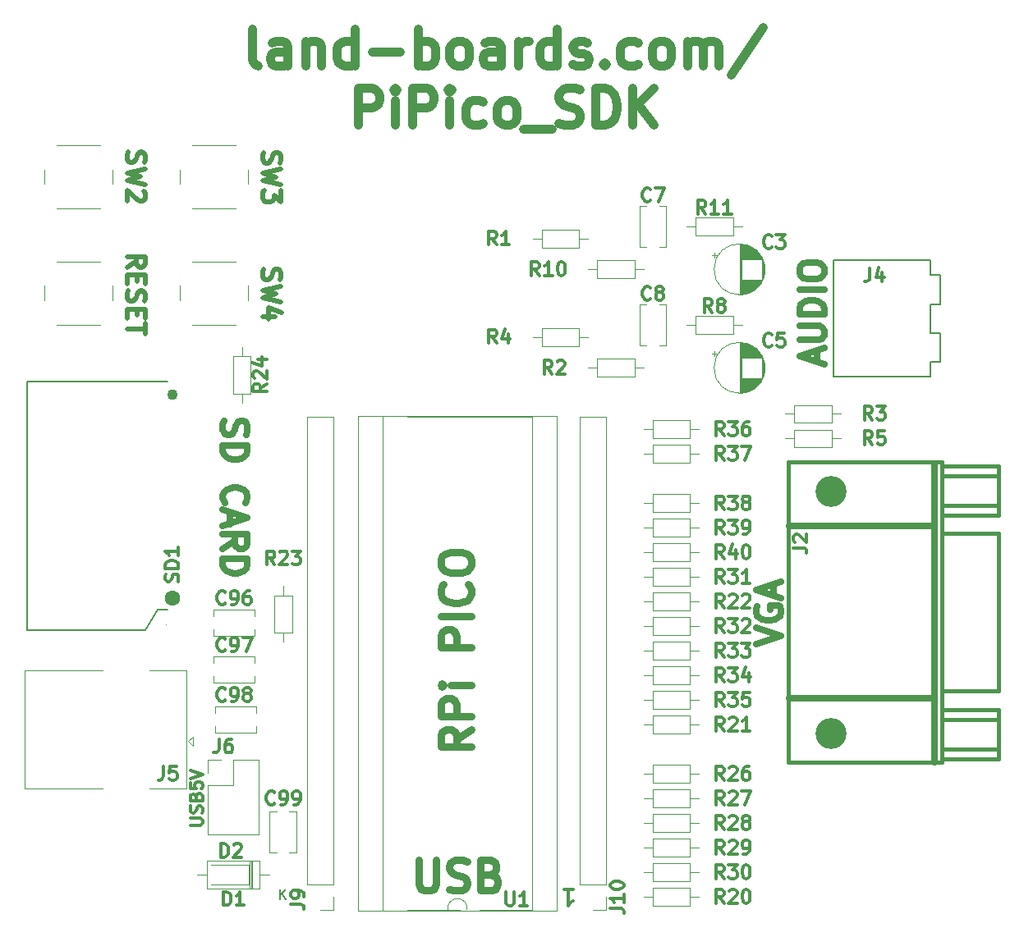
<source format=gto>
G04 #@! TF.GenerationSoftware,KiCad,Pcbnew,(6.0.1)*
G04 #@! TF.CreationDate,2022-06-10T05:36:32-04:00*
G04 #@! TF.ProjectId,PiPico_SDK,50695069-636f-45f5-9344-4b2e6b696361,2*
G04 #@! TF.SameCoordinates,Original*
G04 #@! TF.FileFunction,Legend,Top*
G04 #@! TF.FilePolarity,Positive*
%FSLAX46Y46*%
G04 Gerber Fmt 4.6, Leading zero omitted, Abs format (unit mm)*
G04 Created by KiCad (PCBNEW (6.0.1)) date 2022-06-10 05:36:32*
%MOMM*%
%LPD*%
G01*
G04 APERTURE LIST*
%ADD10C,0.635000*%
%ADD11C,0.476250*%
%ADD12C,0.793750*%
%ADD13C,0.952500*%
%ADD14C,0.317500*%
%ADD15C,0.304800*%
%ADD16C,0.150000*%
%ADD17C,0.381000*%
%ADD18C,0.650000*%
%ADD19C,0.010000*%
%ADD20C,0.120000*%
%ADD21C,3.200000*%
%ADD22C,1.600000*%
%ADD23C,1.100000*%
G04 APERTURE END LIST*
D10*
X366183333Y-52130476D02*
X366183333Y-50920952D01*
X366909047Y-52372380D02*
X364369047Y-51525714D01*
X366909047Y-50679047D01*
X364369047Y-49832380D02*
X366425238Y-49832380D01*
X366667142Y-49711428D01*
X366788095Y-49590476D01*
X366909047Y-49348571D01*
X366909047Y-48864761D01*
X366788095Y-48622857D01*
X366667142Y-48501904D01*
X366425238Y-48380952D01*
X364369047Y-48380952D01*
X366909047Y-47171428D02*
X364369047Y-47171428D01*
X364369047Y-46566666D01*
X364490000Y-46203809D01*
X364731904Y-45961904D01*
X364973809Y-45840952D01*
X365457619Y-45720000D01*
X365820476Y-45720000D01*
X366304285Y-45840952D01*
X366546190Y-45961904D01*
X366788095Y-46203809D01*
X366909047Y-46566666D01*
X366909047Y-47171428D01*
X366909047Y-44631428D02*
X364369047Y-44631428D01*
X364369047Y-42938095D02*
X364369047Y-42454285D01*
X364490000Y-42212380D01*
X364731904Y-41970476D01*
X365215714Y-41849523D01*
X366062380Y-41849523D01*
X366546190Y-41970476D01*
X366788095Y-42212380D01*
X366909047Y-42454285D01*
X366909047Y-42938095D01*
X366788095Y-43180000D01*
X366546190Y-43421904D01*
X366062380Y-43542857D01*
X365215714Y-43542857D01*
X364731904Y-43421904D01*
X364490000Y-43180000D01*
X364369047Y-42938095D01*
X305041904Y-58178095D02*
X304920952Y-58540952D01*
X304920952Y-59145714D01*
X305041904Y-59387619D01*
X305162857Y-59508571D01*
X305404761Y-59629523D01*
X305646666Y-59629523D01*
X305888571Y-59508571D01*
X306009523Y-59387619D01*
X306130476Y-59145714D01*
X306251428Y-58661904D01*
X306372380Y-58420000D01*
X306493333Y-58299047D01*
X306735238Y-58178095D01*
X306977142Y-58178095D01*
X307219047Y-58299047D01*
X307340000Y-58420000D01*
X307460952Y-58661904D01*
X307460952Y-59266666D01*
X307340000Y-59629523D01*
X304920952Y-60718095D02*
X307460952Y-60718095D01*
X307460952Y-61322857D01*
X307340000Y-61685714D01*
X307098095Y-61927619D01*
X306856190Y-62048571D01*
X306372380Y-62169523D01*
X306009523Y-62169523D01*
X305525714Y-62048571D01*
X305283809Y-61927619D01*
X305041904Y-61685714D01*
X304920952Y-61322857D01*
X304920952Y-60718095D01*
X305162857Y-66644761D02*
X305041904Y-66523809D01*
X304920952Y-66160952D01*
X304920952Y-65919047D01*
X305041904Y-65556190D01*
X305283809Y-65314285D01*
X305525714Y-65193333D01*
X306009523Y-65072380D01*
X306372380Y-65072380D01*
X306856190Y-65193333D01*
X307098095Y-65314285D01*
X307340000Y-65556190D01*
X307460952Y-65919047D01*
X307460952Y-66160952D01*
X307340000Y-66523809D01*
X307219047Y-66644761D01*
X305646666Y-67612380D02*
X305646666Y-68821904D01*
X304920952Y-67370476D02*
X307460952Y-68217142D01*
X304920952Y-69063809D01*
X304920952Y-71361904D02*
X306130476Y-70515238D01*
X304920952Y-69910476D02*
X307460952Y-69910476D01*
X307460952Y-70878095D01*
X307340000Y-71120000D01*
X307219047Y-71240952D01*
X306977142Y-71361904D01*
X306614285Y-71361904D01*
X306372380Y-71240952D01*
X306251428Y-71120000D01*
X306130476Y-70878095D01*
X306130476Y-69910476D01*
X304920952Y-72450476D02*
X307460952Y-72450476D01*
X307460952Y-73055238D01*
X307340000Y-73418095D01*
X307098095Y-73660000D01*
X306856190Y-73780952D01*
X306372380Y-73901904D01*
X306009523Y-73901904D01*
X305525714Y-73780952D01*
X305283809Y-73660000D01*
X305041904Y-73418095D01*
X304920952Y-73055238D01*
X304920952Y-72450476D01*
X359924047Y-81205238D02*
X362464047Y-80358571D01*
X359924047Y-79511904D01*
X360045000Y-77334761D02*
X359924047Y-77576666D01*
X359924047Y-77939523D01*
X360045000Y-78302380D01*
X360286904Y-78544285D01*
X360528809Y-78665238D01*
X361012619Y-78786190D01*
X361375476Y-78786190D01*
X361859285Y-78665238D01*
X362101190Y-78544285D01*
X362343095Y-78302380D01*
X362464047Y-77939523D01*
X362464047Y-77697619D01*
X362343095Y-77334761D01*
X362222142Y-77213809D01*
X361375476Y-77213809D01*
X361375476Y-77697619D01*
X361738333Y-76246190D02*
X361738333Y-75036666D01*
X362464047Y-76488095D02*
X359924047Y-75641428D01*
X362464047Y-74794761D01*
D11*
X309108928Y-30480000D02*
X309018214Y-30752142D01*
X309018214Y-31205714D01*
X309108928Y-31387142D01*
X309199642Y-31477857D01*
X309381071Y-31568571D01*
X309562500Y-31568571D01*
X309743928Y-31477857D01*
X309834642Y-31387142D01*
X309925357Y-31205714D01*
X310016071Y-30842857D01*
X310106785Y-30661428D01*
X310197500Y-30570714D01*
X310378928Y-30480000D01*
X310560357Y-30480000D01*
X310741785Y-30570714D01*
X310832500Y-30661428D01*
X310923214Y-30842857D01*
X310923214Y-31296428D01*
X310832500Y-31568571D01*
X310923214Y-32203571D02*
X309018214Y-32657142D01*
X310378928Y-33020000D01*
X309018214Y-33382857D01*
X310923214Y-33836428D01*
X310923214Y-34380714D02*
X310923214Y-35560000D01*
X310197500Y-34925000D01*
X310197500Y-35197142D01*
X310106785Y-35378571D01*
X310016071Y-35469285D01*
X309834642Y-35560000D01*
X309381071Y-35560000D01*
X309199642Y-35469285D01*
X309108928Y-35378571D01*
X309018214Y-35197142D01*
X309018214Y-34652857D01*
X309108928Y-34471428D01*
X309199642Y-34380714D01*
D12*
X325098452Y-103474309D02*
X325098452Y-106044547D01*
X325249642Y-106346928D01*
X325400833Y-106498119D01*
X325703214Y-106649309D01*
X326307976Y-106649309D01*
X326610357Y-106498119D01*
X326761547Y-106346928D01*
X326912738Y-106044547D01*
X326912738Y-103474309D01*
X328273452Y-106498119D02*
X328727023Y-106649309D01*
X329482976Y-106649309D01*
X329785357Y-106498119D01*
X329936547Y-106346928D01*
X330087738Y-106044547D01*
X330087738Y-105742166D01*
X329936547Y-105439785D01*
X329785357Y-105288595D01*
X329482976Y-105137404D01*
X328878214Y-104986214D01*
X328575833Y-104835023D01*
X328424642Y-104683833D01*
X328273452Y-104381452D01*
X328273452Y-104079071D01*
X328424642Y-103776690D01*
X328575833Y-103625500D01*
X328878214Y-103474309D01*
X329634166Y-103474309D01*
X330087738Y-103625500D01*
X332506785Y-104986214D02*
X332960357Y-105137404D01*
X333111547Y-105288595D01*
X333262738Y-105590976D01*
X333262738Y-106044547D01*
X333111547Y-106346928D01*
X332960357Y-106498119D01*
X332657976Y-106649309D01*
X331448452Y-106649309D01*
X331448452Y-103474309D01*
X332506785Y-103474309D01*
X332809166Y-103625500D01*
X332960357Y-103776690D01*
X333111547Y-104079071D01*
X333111547Y-104381452D01*
X332960357Y-104683833D01*
X332809166Y-104835023D01*
X332506785Y-104986214D01*
X331448452Y-104986214D01*
D13*
X308519285Y-21516521D02*
X308156428Y-21335092D01*
X307975000Y-20972235D01*
X307975000Y-17706521D01*
X311603571Y-21516521D02*
X311603571Y-19520807D01*
X311422142Y-19157950D01*
X311059285Y-18976521D01*
X310333571Y-18976521D01*
X309970714Y-19157950D01*
X311603571Y-21335092D02*
X311240714Y-21516521D01*
X310333571Y-21516521D01*
X309970714Y-21335092D01*
X309789285Y-20972235D01*
X309789285Y-20609378D01*
X309970714Y-20246521D01*
X310333571Y-20065092D01*
X311240714Y-20065092D01*
X311603571Y-19883664D01*
X313417857Y-18976521D02*
X313417857Y-21516521D01*
X313417857Y-19339378D02*
X313599285Y-19157950D01*
X313962142Y-18976521D01*
X314506428Y-18976521D01*
X314869285Y-19157950D01*
X315050714Y-19520807D01*
X315050714Y-21516521D01*
X318497857Y-21516521D02*
X318497857Y-17706521D01*
X318497857Y-21335092D02*
X318135000Y-21516521D01*
X317409285Y-21516521D01*
X317046428Y-21335092D01*
X316865000Y-21153664D01*
X316683571Y-20790807D01*
X316683571Y-19702235D01*
X316865000Y-19339378D01*
X317046428Y-19157950D01*
X317409285Y-18976521D01*
X318135000Y-18976521D01*
X318497857Y-19157950D01*
X320312142Y-20065092D02*
X323215000Y-20065092D01*
X325029285Y-21516521D02*
X325029285Y-17706521D01*
X325029285Y-19157950D02*
X325392142Y-18976521D01*
X326117857Y-18976521D01*
X326480714Y-19157950D01*
X326662142Y-19339378D01*
X326843571Y-19702235D01*
X326843571Y-20790807D01*
X326662142Y-21153664D01*
X326480714Y-21335092D01*
X326117857Y-21516521D01*
X325392142Y-21516521D01*
X325029285Y-21335092D01*
X329020714Y-21516521D02*
X328657857Y-21335092D01*
X328476428Y-21153664D01*
X328295000Y-20790807D01*
X328295000Y-19702235D01*
X328476428Y-19339378D01*
X328657857Y-19157950D01*
X329020714Y-18976521D01*
X329565000Y-18976521D01*
X329927857Y-19157950D01*
X330109285Y-19339378D01*
X330290714Y-19702235D01*
X330290714Y-20790807D01*
X330109285Y-21153664D01*
X329927857Y-21335092D01*
X329565000Y-21516521D01*
X329020714Y-21516521D01*
X333556428Y-21516521D02*
X333556428Y-19520807D01*
X333375000Y-19157950D01*
X333012142Y-18976521D01*
X332286428Y-18976521D01*
X331923571Y-19157950D01*
X333556428Y-21335092D02*
X333193571Y-21516521D01*
X332286428Y-21516521D01*
X331923571Y-21335092D01*
X331742142Y-20972235D01*
X331742142Y-20609378D01*
X331923571Y-20246521D01*
X332286428Y-20065092D01*
X333193571Y-20065092D01*
X333556428Y-19883664D01*
X335370714Y-21516521D02*
X335370714Y-18976521D01*
X335370714Y-19702235D02*
X335552142Y-19339378D01*
X335733571Y-19157950D01*
X336096428Y-18976521D01*
X336459285Y-18976521D01*
X339362142Y-21516521D02*
X339362142Y-17706521D01*
X339362142Y-21335092D02*
X338999285Y-21516521D01*
X338273571Y-21516521D01*
X337910714Y-21335092D01*
X337729285Y-21153664D01*
X337547857Y-20790807D01*
X337547857Y-19702235D01*
X337729285Y-19339378D01*
X337910714Y-19157950D01*
X338273571Y-18976521D01*
X338999285Y-18976521D01*
X339362142Y-19157950D01*
X340995000Y-21335092D02*
X341357857Y-21516521D01*
X342083571Y-21516521D01*
X342446428Y-21335092D01*
X342627857Y-20972235D01*
X342627857Y-20790807D01*
X342446428Y-20427950D01*
X342083571Y-20246521D01*
X341539285Y-20246521D01*
X341176428Y-20065092D01*
X340995000Y-19702235D01*
X340995000Y-19520807D01*
X341176428Y-19157950D01*
X341539285Y-18976521D01*
X342083571Y-18976521D01*
X342446428Y-19157950D01*
X344260714Y-21153664D02*
X344442142Y-21335092D01*
X344260714Y-21516521D01*
X344079285Y-21335092D01*
X344260714Y-21153664D01*
X344260714Y-21516521D01*
X347707857Y-21335092D02*
X347345000Y-21516521D01*
X346619285Y-21516521D01*
X346256428Y-21335092D01*
X346075000Y-21153664D01*
X345893571Y-20790807D01*
X345893571Y-19702235D01*
X346075000Y-19339378D01*
X346256428Y-19157950D01*
X346619285Y-18976521D01*
X347345000Y-18976521D01*
X347707857Y-19157950D01*
X349885000Y-21516521D02*
X349522142Y-21335092D01*
X349340714Y-21153664D01*
X349159285Y-20790807D01*
X349159285Y-19702235D01*
X349340714Y-19339378D01*
X349522142Y-19157950D01*
X349885000Y-18976521D01*
X350429285Y-18976521D01*
X350792142Y-19157950D01*
X350973571Y-19339378D01*
X351155000Y-19702235D01*
X351155000Y-20790807D01*
X350973571Y-21153664D01*
X350792142Y-21335092D01*
X350429285Y-21516521D01*
X349885000Y-21516521D01*
X352787857Y-21516521D02*
X352787857Y-18976521D01*
X352787857Y-19339378D02*
X352969285Y-19157950D01*
X353332142Y-18976521D01*
X353876428Y-18976521D01*
X354239285Y-19157950D01*
X354420714Y-19520807D01*
X354420714Y-21516521D01*
X354420714Y-19520807D02*
X354602142Y-19157950D01*
X354965000Y-18976521D01*
X355509285Y-18976521D01*
X355872142Y-19157950D01*
X356053571Y-19520807D01*
X356053571Y-21516521D01*
X360589285Y-17525092D02*
X357323571Y-22423664D01*
X318860714Y-27650621D02*
X318860714Y-23840621D01*
X320312142Y-23840621D01*
X320675000Y-24022050D01*
X320856428Y-24203478D01*
X321037857Y-24566335D01*
X321037857Y-25110621D01*
X320856428Y-25473478D01*
X320675000Y-25654907D01*
X320312142Y-25836335D01*
X318860714Y-25836335D01*
X322670714Y-27650621D02*
X322670714Y-25110621D01*
X322670714Y-23840621D02*
X322489285Y-24022050D01*
X322670714Y-24203478D01*
X322852142Y-24022050D01*
X322670714Y-23840621D01*
X322670714Y-24203478D01*
X324485000Y-27650621D02*
X324485000Y-23840621D01*
X325936428Y-23840621D01*
X326299285Y-24022050D01*
X326480714Y-24203478D01*
X326662142Y-24566335D01*
X326662142Y-25110621D01*
X326480714Y-25473478D01*
X326299285Y-25654907D01*
X325936428Y-25836335D01*
X324485000Y-25836335D01*
X328295000Y-27650621D02*
X328295000Y-25110621D01*
X328295000Y-23840621D02*
X328113571Y-24022050D01*
X328295000Y-24203478D01*
X328476428Y-24022050D01*
X328295000Y-23840621D01*
X328295000Y-24203478D01*
X331742142Y-27469192D02*
X331379285Y-27650621D01*
X330653571Y-27650621D01*
X330290714Y-27469192D01*
X330109285Y-27287764D01*
X329927857Y-26924907D01*
X329927857Y-25836335D01*
X330109285Y-25473478D01*
X330290714Y-25292050D01*
X330653571Y-25110621D01*
X331379285Y-25110621D01*
X331742142Y-25292050D01*
X333919285Y-27650621D02*
X333556428Y-27469192D01*
X333375000Y-27287764D01*
X333193571Y-26924907D01*
X333193571Y-25836335D01*
X333375000Y-25473478D01*
X333556428Y-25292050D01*
X333919285Y-25110621D01*
X334463571Y-25110621D01*
X334826428Y-25292050D01*
X335007857Y-25473478D01*
X335189285Y-25836335D01*
X335189285Y-26924907D01*
X335007857Y-27287764D01*
X334826428Y-27469192D01*
X334463571Y-27650621D01*
X333919285Y-27650621D01*
X335915000Y-28013478D02*
X338817857Y-28013478D01*
X339543571Y-27469192D02*
X340087857Y-27650621D01*
X340995000Y-27650621D01*
X341357857Y-27469192D01*
X341539285Y-27287764D01*
X341720714Y-26924907D01*
X341720714Y-26562050D01*
X341539285Y-26199192D01*
X341357857Y-26017764D01*
X340995000Y-25836335D01*
X340269285Y-25654907D01*
X339906428Y-25473478D01*
X339725000Y-25292050D01*
X339543571Y-24929192D01*
X339543571Y-24566335D01*
X339725000Y-24203478D01*
X339906428Y-24022050D01*
X340269285Y-23840621D01*
X341176428Y-23840621D01*
X341720714Y-24022050D01*
X343353571Y-27650621D02*
X343353571Y-23840621D01*
X344260714Y-23840621D01*
X344805000Y-24022050D01*
X345167857Y-24384907D01*
X345349285Y-24747764D01*
X345530714Y-25473478D01*
X345530714Y-26017764D01*
X345349285Y-26743478D01*
X345167857Y-27106335D01*
X344805000Y-27469192D01*
X344260714Y-27650621D01*
X343353571Y-27650621D01*
X347163571Y-27650621D02*
X347163571Y-23840621D01*
X349340714Y-27650621D02*
X347707857Y-25473478D01*
X349340714Y-23840621D02*
X347163571Y-26017764D01*
D14*
X301564523Y-99906666D02*
X302592619Y-99906666D01*
X302713571Y-99846190D01*
X302774047Y-99785714D01*
X302834523Y-99664761D01*
X302834523Y-99422857D01*
X302774047Y-99301904D01*
X302713571Y-99241428D01*
X302592619Y-99180952D01*
X301564523Y-99180952D01*
X302774047Y-98636666D02*
X302834523Y-98455238D01*
X302834523Y-98152857D01*
X302774047Y-98031904D01*
X302713571Y-97971428D01*
X302592619Y-97910952D01*
X302471666Y-97910952D01*
X302350714Y-97971428D01*
X302290238Y-98031904D01*
X302229761Y-98152857D01*
X302169285Y-98394761D01*
X302108809Y-98515714D01*
X302048333Y-98576190D01*
X301927380Y-98636666D01*
X301806428Y-98636666D01*
X301685476Y-98576190D01*
X301625000Y-98515714D01*
X301564523Y-98394761D01*
X301564523Y-98092380D01*
X301625000Y-97910952D01*
X302169285Y-96943333D02*
X302229761Y-96761904D01*
X302290238Y-96701428D01*
X302411190Y-96640952D01*
X302592619Y-96640952D01*
X302713571Y-96701428D01*
X302774047Y-96761904D01*
X302834523Y-96882857D01*
X302834523Y-97366666D01*
X301564523Y-97366666D01*
X301564523Y-96943333D01*
X301625000Y-96822380D01*
X301685476Y-96761904D01*
X301806428Y-96701428D01*
X301927380Y-96701428D01*
X302048333Y-96761904D01*
X302108809Y-96822380D01*
X302169285Y-96943333D01*
X302169285Y-97366666D01*
X301564523Y-95491904D02*
X301564523Y-96096666D01*
X302169285Y-96157142D01*
X302108809Y-96096666D01*
X302048333Y-95975714D01*
X302048333Y-95673333D01*
X302108809Y-95552380D01*
X302169285Y-95491904D01*
X302290238Y-95431428D01*
X302592619Y-95431428D01*
X302713571Y-95491904D01*
X302774047Y-95552380D01*
X302834523Y-95673333D01*
X302834523Y-95975714D01*
X302774047Y-96096666D01*
X302713571Y-96157142D01*
X301564523Y-95068571D02*
X302834523Y-94645238D01*
X301564523Y-94221904D01*
D12*
X330541309Y-90009285D02*
X329029404Y-91067619D01*
X330541309Y-91823571D02*
X327366309Y-91823571D01*
X327366309Y-90614047D01*
X327517500Y-90311666D01*
X327668690Y-90160476D01*
X327971071Y-90009285D01*
X328424642Y-90009285D01*
X328727023Y-90160476D01*
X328878214Y-90311666D01*
X329029404Y-90614047D01*
X329029404Y-91823571D01*
X330541309Y-88648571D02*
X327366309Y-88648571D01*
X327366309Y-87439047D01*
X327517500Y-87136666D01*
X327668690Y-86985476D01*
X327971071Y-86834285D01*
X328424642Y-86834285D01*
X328727023Y-86985476D01*
X328878214Y-87136666D01*
X329029404Y-87439047D01*
X329029404Y-88648571D01*
X330541309Y-85473571D02*
X328424642Y-85473571D01*
X327366309Y-85473571D02*
X327517500Y-85624761D01*
X327668690Y-85473571D01*
X327517500Y-85322380D01*
X327366309Y-85473571D01*
X327668690Y-85473571D01*
X330541309Y-81542619D02*
X327366309Y-81542619D01*
X327366309Y-80333095D01*
X327517500Y-80030714D01*
X327668690Y-79879523D01*
X327971071Y-79728333D01*
X328424642Y-79728333D01*
X328727023Y-79879523D01*
X328878214Y-80030714D01*
X329029404Y-80333095D01*
X329029404Y-81542619D01*
X330541309Y-78367619D02*
X327366309Y-78367619D01*
X330238928Y-75041428D02*
X330390119Y-75192619D01*
X330541309Y-75646190D01*
X330541309Y-75948571D01*
X330390119Y-76402142D01*
X330087738Y-76704523D01*
X329785357Y-76855714D01*
X329180595Y-77006904D01*
X328727023Y-77006904D01*
X328122261Y-76855714D01*
X327819880Y-76704523D01*
X327517500Y-76402142D01*
X327366309Y-75948571D01*
X327366309Y-75646190D01*
X327517500Y-75192619D01*
X327668690Y-75041428D01*
X327366309Y-73075952D02*
X327366309Y-72471190D01*
X327517500Y-72168809D01*
X327819880Y-71866428D01*
X328424642Y-71715238D01*
X329482976Y-71715238D01*
X330087738Y-71866428D01*
X330390119Y-72168809D01*
X330541309Y-72471190D01*
X330541309Y-73075952D01*
X330390119Y-73378333D01*
X330087738Y-73680714D01*
X329482976Y-73831904D01*
X328424642Y-73831904D01*
X327819880Y-73680714D01*
X327517500Y-73378333D01*
X327366309Y-73075952D01*
D11*
X295048214Y-42318214D02*
X295955357Y-41683214D01*
X295048214Y-41229642D02*
X296953214Y-41229642D01*
X296953214Y-41955357D01*
X296862500Y-42136785D01*
X296771785Y-42227500D01*
X296590357Y-42318214D01*
X296318214Y-42318214D01*
X296136785Y-42227500D01*
X296046071Y-42136785D01*
X295955357Y-41955357D01*
X295955357Y-41229642D01*
X296046071Y-43134642D02*
X296046071Y-43769642D01*
X295048214Y-44041785D02*
X295048214Y-43134642D01*
X296953214Y-43134642D01*
X296953214Y-44041785D01*
X295138928Y-44767500D02*
X295048214Y-45039642D01*
X295048214Y-45493214D01*
X295138928Y-45674642D01*
X295229642Y-45765357D01*
X295411071Y-45856071D01*
X295592500Y-45856071D01*
X295773928Y-45765357D01*
X295864642Y-45674642D01*
X295955357Y-45493214D01*
X296046071Y-45130357D01*
X296136785Y-44948928D01*
X296227500Y-44858214D01*
X296408928Y-44767500D01*
X296590357Y-44767500D01*
X296771785Y-44858214D01*
X296862500Y-44948928D01*
X296953214Y-45130357D01*
X296953214Y-45583928D01*
X296862500Y-45856071D01*
X296046071Y-46672500D02*
X296046071Y-47307500D01*
X295048214Y-47579642D02*
X295048214Y-46672500D01*
X296953214Y-46672500D01*
X296953214Y-47579642D01*
X296953214Y-48123928D02*
X296953214Y-49212500D01*
X295048214Y-48668214D02*
X296953214Y-48668214D01*
X309108928Y-42545000D02*
X309018214Y-42817142D01*
X309018214Y-43270714D01*
X309108928Y-43452142D01*
X309199642Y-43542857D01*
X309381071Y-43633571D01*
X309562500Y-43633571D01*
X309743928Y-43542857D01*
X309834642Y-43452142D01*
X309925357Y-43270714D01*
X310016071Y-42907857D01*
X310106785Y-42726428D01*
X310197500Y-42635714D01*
X310378928Y-42545000D01*
X310560357Y-42545000D01*
X310741785Y-42635714D01*
X310832500Y-42726428D01*
X310923214Y-42907857D01*
X310923214Y-43361428D01*
X310832500Y-43633571D01*
X310923214Y-44268571D02*
X309018214Y-44722142D01*
X310378928Y-45085000D01*
X309018214Y-45447857D01*
X310923214Y-45901428D01*
X310288214Y-47443571D02*
X309018214Y-47443571D01*
X311013928Y-46990000D02*
X309653214Y-46536428D01*
X309653214Y-47715714D01*
X295138928Y-30460000D02*
X295048214Y-30732142D01*
X295048214Y-31185714D01*
X295138928Y-31367142D01*
X295229642Y-31457857D01*
X295411071Y-31548571D01*
X295592500Y-31548571D01*
X295773928Y-31457857D01*
X295864642Y-31367142D01*
X295955357Y-31185714D01*
X296046071Y-30822857D01*
X296136785Y-30641428D01*
X296227500Y-30550714D01*
X296408928Y-30460000D01*
X296590357Y-30460000D01*
X296771785Y-30550714D01*
X296862500Y-30641428D01*
X296953214Y-30822857D01*
X296953214Y-31276428D01*
X296862500Y-31548571D01*
X296953214Y-32183571D02*
X295048214Y-32637142D01*
X296408928Y-33000000D01*
X295048214Y-33362857D01*
X296953214Y-33816428D01*
X296771785Y-34451428D02*
X296862500Y-34542142D01*
X296953214Y-34723571D01*
X296953214Y-35177142D01*
X296862500Y-35358571D01*
X296771785Y-35449285D01*
X296590357Y-35540000D01*
X296408928Y-35540000D01*
X296136785Y-35449285D01*
X295048214Y-34360714D01*
X295048214Y-35540000D01*
D14*
X363724976Y-71286416D02*
X364722833Y-71286416D01*
X364922404Y-71352940D01*
X365055452Y-71485988D01*
X365121976Y-71685559D01*
X365121976Y-71818607D01*
X363858023Y-70687702D02*
X363791500Y-70621178D01*
X363724976Y-70488130D01*
X363724976Y-70155511D01*
X363791500Y-70022464D01*
X363858023Y-69955940D01*
X363991071Y-69889416D01*
X364124119Y-69889416D01*
X364323690Y-69955940D01*
X365121976Y-70754226D01*
X365121976Y-69889416D01*
X300285452Y-74787880D02*
X300351976Y-74588309D01*
X300351976Y-74255690D01*
X300285452Y-74122642D01*
X300218928Y-74056119D01*
X300085880Y-73989595D01*
X299952833Y-73989595D01*
X299819785Y-74056119D01*
X299753261Y-74122642D01*
X299686738Y-74255690D01*
X299620214Y-74521785D01*
X299553690Y-74654833D01*
X299487166Y-74721357D01*
X299354119Y-74787880D01*
X299221071Y-74787880D01*
X299088023Y-74721357D01*
X299021500Y-74654833D01*
X298954976Y-74521785D01*
X298954976Y-74189166D01*
X299021500Y-73989595D01*
X300351976Y-73390880D02*
X298954976Y-73390880D01*
X298954976Y-73058261D01*
X299021500Y-72858690D01*
X299154547Y-72725642D01*
X299287595Y-72659119D01*
X299553690Y-72592595D01*
X299753261Y-72592595D01*
X300019357Y-72659119D01*
X300152404Y-72725642D01*
X300285452Y-72858690D01*
X300351976Y-73058261D01*
X300351976Y-73390880D01*
X300351976Y-71262119D02*
X300351976Y-72060404D01*
X300351976Y-71661261D02*
X298954976Y-71661261D01*
X299154547Y-71794309D01*
X299287595Y-71927357D01*
X299354119Y-72060404D01*
X371877166Y-58091976D02*
X371411500Y-57426738D01*
X371078880Y-58091976D02*
X371078880Y-56694976D01*
X371611071Y-56694976D01*
X371744119Y-56761500D01*
X371810642Y-56828023D01*
X371877166Y-56961071D01*
X371877166Y-57160642D01*
X371810642Y-57293690D01*
X371744119Y-57360214D01*
X371611071Y-57426738D01*
X371078880Y-57426738D01*
X372342833Y-56694976D02*
X373207642Y-56694976D01*
X372741976Y-57227166D01*
X372941547Y-57227166D01*
X373074595Y-57293690D01*
X373141119Y-57360214D01*
X373207642Y-57493261D01*
X373207642Y-57825880D01*
X373141119Y-57958928D01*
X373074595Y-58025452D01*
X372941547Y-58091976D01*
X372542404Y-58091976D01*
X372409357Y-58025452D01*
X372342833Y-57958928D01*
X371877166Y-60631976D02*
X371411500Y-59966738D01*
X371078880Y-60631976D02*
X371078880Y-59234976D01*
X371611071Y-59234976D01*
X371744119Y-59301500D01*
X371810642Y-59368023D01*
X371877166Y-59501071D01*
X371877166Y-59700642D01*
X371810642Y-59833690D01*
X371744119Y-59900214D01*
X371611071Y-59966738D01*
X371078880Y-59966738D01*
X373141119Y-59234976D02*
X372475880Y-59234976D01*
X372409357Y-59900214D01*
X372475880Y-59833690D01*
X372608928Y-59767166D01*
X372941547Y-59767166D01*
X373074595Y-59833690D01*
X373141119Y-59900214D01*
X373207642Y-60033261D01*
X373207642Y-60365880D01*
X373141119Y-60498928D01*
X373074595Y-60565452D01*
X372941547Y-60631976D01*
X372608928Y-60631976D01*
X372475880Y-60565452D01*
X372409357Y-60498928D01*
X333142166Y-50161976D02*
X332676500Y-49496738D01*
X332343880Y-50161976D02*
X332343880Y-48764976D01*
X332876071Y-48764976D01*
X333009119Y-48831500D01*
X333075642Y-48898023D01*
X333142166Y-49031071D01*
X333142166Y-49230642D01*
X333075642Y-49363690D01*
X333009119Y-49430214D01*
X332876071Y-49496738D01*
X332343880Y-49496738D01*
X334339595Y-49230642D02*
X334339595Y-50161976D01*
X334006976Y-48698452D02*
X333674357Y-49696309D01*
X334539166Y-49696309D01*
X355367166Y-46986976D02*
X354901500Y-46321738D01*
X354568880Y-46986976D02*
X354568880Y-45589976D01*
X355101071Y-45589976D01*
X355234119Y-45656500D01*
X355300642Y-45723023D01*
X355367166Y-45856071D01*
X355367166Y-46055642D01*
X355300642Y-46188690D01*
X355234119Y-46255214D01*
X355101071Y-46321738D01*
X354568880Y-46321738D01*
X356165452Y-46188690D02*
X356032404Y-46122166D01*
X355965880Y-46055642D01*
X355899357Y-45922595D01*
X355899357Y-45856071D01*
X355965880Y-45723023D01*
X356032404Y-45656500D01*
X356165452Y-45589976D01*
X356431547Y-45589976D01*
X356564595Y-45656500D01*
X356631119Y-45723023D01*
X356697642Y-45856071D01*
X356697642Y-45922595D01*
X356631119Y-46055642D01*
X356564595Y-46122166D01*
X356431547Y-46188690D01*
X356165452Y-46188690D01*
X356032404Y-46255214D01*
X355965880Y-46321738D01*
X355899357Y-46454785D01*
X355899357Y-46720880D01*
X355965880Y-46853928D01*
X356032404Y-46920452D01*
X356165452Y-46986976D01*
X356431547Y-46986976D01*
X356564595Y-46920452D01*
X356631119Y-46853928D01*
X356697642Y-46720880D01*
X356697642Y-46454785D01*
X356631119Y-46321738D01*
X356564595Y-46255214D01*
X356431547Y-46188690D01*
X334136615Y-106808980D02*
X334136615Y-107939884D01*
X334203138Y-108072932D01*
X334269662Y-108139456D01*
X334402710Y-108205980D01*
X334668805Y-108205980D01*
X334801853Y-108139456D01*
X334868376Y-108072932D01*
X334934900Y-107939884D01*
X334934900Y-106808980D01*
X336331900Y-108205980D02*
X335533615Y-108205980D01*
X335932757Y-108205980D02*
X335932757Y-106808980D01*
X335799710Y-107008551D01*
X335666662Y-107141599D01*
X335533615Y-107208123D01*
D15*
X340068285Y-106568119D02*
X341011714Y-106568119D01*
X340540000Y-106568119D02*
X340540000Y-108219119D01*
X340697238Y-107983261D01*
X340854476Y-107826023D01*
X341011714Y-107747404D01*
D14*
X298796833Y-93849976D02*
X298796833Y-94847833D01*
X298730309Y-95047404D01*
X298597261Y-95180452D01*
X298397690Y-95246976D01*
X298264642Y-95246976D01*
X300127309Y-93849976D02*
X299462071Y-93849976D01*
X299395547Y-94515214D01*
X299462071Y-94448690D01*
X299595119Y-94382166D01*
X299927738Y-94382166D01*
X300060785Y-94448690D01*
X300127309Y-94515214D01*
X300193833Y-94648261D01*
X300193833Y-94980880D01*
X300127309Y-95113928D01*
X300060785Y-95180452D01*
X299927738Y-95246976D01*
X299595119Y-95246976D01*
X299462071Y-95180452D01*
X299395547Y-95113928D01*
X349017166Y-45583928D02*
X348950642Y-45650452D01*
X348751071Y-45716976D01*
X348618023Y-45716976D01*
X348418452Y-45650452D01*
X348285404Y-45517404D01*
X348218880Y-45384357D01*
X348152357Y-45118261D01*
X348152357Y-44918690D01*
X348218880Y-44652595D01*
X348285404Y-44519547D01*
X348418452Y-44386500D01*
X348618023Y-44319976D01*
X348751071Y-44319976D01*
X348950642Y-44386500D01*
X349017166Y-44453023D01*
X349815452Y-44918690D02*
X349682404Y-44852166D01*
X349615880Y-44785642D01*
X349549357Y-44652595D01*
X349549357Y-44586071D01*
X349615880Y-44453023D01*
X349682404Y-44386500D01*
X349815452Y-44319976D01*
X350081547Y-44319976D01*
X350214595Y-44386500D01*
X350281119Y-44453023D01*
X350347642Y-44586071D01*
X350347642Y-44652595D01*
X350281119Y-44785642D01*
X350214595Y-44852166D01*
X350081547Y-44918690D01*
X349815452Y-44918690D01*
X349682404Y-44985214D01*
X349615880Y-45051738D01*
X349549357Y-45184785D01*
X349549357Y-45450880D01*
X349615880Y-45583928D01*
X349682404Y-45650452D01*
X349815452Y-45716976D01*
X350081547Y-45716976D01*
X350214595Y-45650452D01*
X350281119Y-45583928D01*
X350347642Y-45450880D01*
X350347642Y-45184785D01*
X350281119Y-45051738D01*
X350214595Y-44985214D01*
X350081547Y-44918690D01*
X361528054Y-50409928D02*
X361461530Y-50476452D01*
X361261959Y-50542976D01*
X361128911Y-50542976D01*
X360929340Y-50476452D01*
X360796292Y-50343404D01*
X360729768Y-50210357D01*
X360663245Y-49944261D01*
X360663245Y-49744690D01*
X360729768Y-49478595D01*
X360796292Y-49345547D01*
X360929340Y-49212500D01*
X361128911Y-49145976D01*
X361261959Y-49145976D01*
X361461530Y-49212500D01*
X361528054Y-49279023D01*
X362792007Y-49145976D02*
X362126768Y-49145976D01*
X362060245Y-49811214D01*
X362126768Y-49744690D01*
X362259816Y-49678166D01*
X362592435Y-49678166D01*
X362725483Y-49744690D01*
X362792007Y-49811214D01*
X362858530Y-49944261D01*
X362858530Y-50276880D01*
X362792007Y-50409928D01*
X362725483Y-50476452D01*
X362592435Y-50542976D01*
X362259816Y-50542976D01*
X362126768Y-50476452D01*
X362060245Y-50409928D01*
X349017166Y-35423928D02*
X348950642Y-35490452D01*
X348751071Y-35556976D01*
X348618023Y-35556976D01*
X348418452Y-35490452D01*
X348285404Y-35357404D01*
X348218880Y-35224357D01*
X348152357Y-34958261D01*
X348152357Y-34758690D01*
X348218880Y-34492595D01*
X348285404Y-34359547D01*
X348418452Y-34226500D01*
X348618023Y-34159976D01*
X348751071Y-34159976D01*
X348950642Y-34226500D01*
X349017166Y-34293023D01*
X349482833Y-34159976D02*
X350414166Y-34159976D01*
X349815452Y-35556976D01*
X356606928Y-100326976D02*
X356141261Y-99661738D01*
X355808642Y-100326976D02*
X355808642Y-98929976D01*
X356340833Y-98929976D01*
X356473880Y-98996500D01*
X356540404Y-99063023D01*
X356606928Y-99196071D01*
X356606928Y-99395642D01*
X356540404Y-99528690D01*
X356473880Y-99595214D01*
X356340833Y-99661738D01*
X355808642Y-99661738D01*
X357139119Y-99063023D02*
X357205642Y-98996500D01*
X357338690Y-98929976D01*
X357671309Y-98929976D01*
X357804357Y-98996500D01*
X357870880Y-99063023D01*
X357937404Y-99196071D01*
X357937404Y-99329119D01*
X357870880Y-99528690D01*
X357072595Y-100326976D01*
X357937404Y-100326976D01*
X358735690Y-99528690D02*
X358602642Y-99462166D01*
X358536119Y-99395642D01*
X358469595Y-99262595D01*
X358469595Y-99196071D01*
X358536119Y-99063023D01*
X358602642Y-98996500D01*
X358735690Y-98929976D01*
X359001785Y-98929976D01*
X359134833Y-98996500D01*
X359201357Y-99063023D01*
X359267880Y-99196071D01*
X359267880Y-99262595D01*
X359201357Y-99395642D01*
X359134833Y-99462166D01*
X359001785Y-99528690D01*
X358735690Y-99528690D01*
X358602642Y-99595214D01*
X358536119Y-99661738D01*
X358469595Y-99794785D01*
X358469595Y-100060880D01*
X358536119Y-100193928D01*
X358602642Y-100260452D01*
X358735690Y-100326976D01*
X359001785Y-100326976D01*
X359134833Y-100260452D01*
X359201357Y-100193928D01*
X359267880Y-100060880D01*
X359267880Y-99794785D01*
X359201357Y-99661738D01*
X359134833Y-99595214D01*
X359001785Y-99528690D01*
X354701928Y-36826976D02*
X354236261Y-36161738D01*
X353903642Y-36826976D02*
X353903642Y-35429976D01*
X354435833Y-35429976D01*
X354568880Y-35496500D01*
X354635404Y-35563023D01*
X354701928Y-35696071D01*
X354701928Y-35895642D01*
X354635404Y-36028690D01*
X354568880Y-36095214D01*
X354435833Y-36161738D01*
X353903642Y-36161738D01*
X356032404Y-36826976D02*
X355234119Y-36826976D01*
X355633261Y-36826976D02*
X355633261Y-35429976D01*
X355500214Y-35629547D01*
X355367166Y-35762595D01*
X355234119Y-35829119D01*
X357362880Y-36826976D02*
X356564595Y-36826976D01*
X356963738Y-36826976D02*
X356963738Y-35429976D01*
X356830690Y-35629547D01*
X356697642Y-35762595D01*
X356564595Y-35829119D01*
X356606928Y-72386976D02*
X356141261Y-71721738D01*
X355808642Y-72386976D02*
X355808642Y-70989976D01*
X356340833Y-70989976D01*
X356473880Y-71056500D01*
X356540404Y-71123023D01*
X356606928Y-71256071D01*
X356606928Y-71455642D01*
X356540404Y-71588690D01*
X356473880Y-71655214D01*
X356340833Y-71721738D01*
X355808642Y-71721738D01*
X357804357Y-71455642D02*
X357804357Y-72386976D01*
X357471738Y-70923452D02*
X357139119Y-71921309D01*
X358003928Y-71921309D01*
X358802214Y-70989976D02*
X358935261Y-70989976D01*
X359068309Y-71056500D01*
X359134833Y-71123023D01*
X359201357Y-71256071D01*
X359267880Y-71522166D01*
X359267880Y-71854785D01*
X359201357Y-72120880D01*
X359134833Y-72253928D01*
X359068309Y-72320452D01*
X358935261Y-72386976D01*
X358802214Y-72386976D01*
X358669166Y-72320452D01*
X358602642Y-72253928D01*
X358536119Y-72120880D01*
X358469595Y-71854785D01*
X358469595Y-71522166D01*
X358536119Y-71256071D01*
X358602642Y-71123023D01*
X358669166Y-71056500D01*
X358802214Y-70989976D01*
X356606928Y-62226976D02*
X356141261Y-61561738D01*
X355808642Y-62226976D02*
X355808642Y-60829976D01*
X356340833Y-60829976D01*
X356473880Y-60896500D01*
X356540404Y-60963023D01*
X356606928Y-61096071D01*
X356606928Y-61295642D01*
X356540404Y-61428690D01*
X356473880Y-61495214D01*
X356340833Y-61561738D01*
X355808642Y-61561738D01*
X357072595Y-60829976D02*
X357937404Y-60829976D01*
X357471738Y-61362166D01*
X357671309Y-61362166D01*
X357804357Y-61428690D01*
X357870880Y-61495214D01*
X357937404Y-61628261D01*
X357937404Y-61960880D01*
X357870880Y-62093928D01*
X357804357Y-62160452D01*
X357671309Y-62226976D01*
X357272166Y-62226976D01*
X357139119Y-62160452D01*
X357072595Y-62093928D01*
X358403071Y-60829976D02*
X359334404Y-60829976D01*
X358735690Y-62226976D01*
X356606928Y-69846976D02*
X356141261Y-69181738D01*
X355808642Y-69846976D02*
X355808642Y-68449976D01*
X356340833Y-68449976D01*
X356473880Y-68516500D01*
X356540404Y-68583023D01*
X356606928Y-68716071D01*
X356606928Y-68915642D01*
X356540404Y-69048690D01*
X356473880Y-69115214D01*
X356340833Y-69181738D01*
X355808642Y-69181738D01*
X357072595Y-68449976D02*
X357937404Y-68449976D01*
X357471738Y-68982166D01*
X357671309Y-68982166D01*
X357804357Y-69048690D01*
X357870880Y-69115214D01*
X357937404Y-69248261D01*
X357937404Y-69580880D01*
X357870880Y-69713928D01*
X357804357Y-69780452D01*
X357671309Y-69846976D01*
X357272166Y-69846976D01*
X357139119Y-69780452D01*
X357072595Y-69713928D01*
X358602642Y-69846976D02*
X358868738Y-69846976D01*
X359001785Y-69780452D01*
X359068309Y-69713928D01*
X359201357Y-69514357D01*
X359267880Y-69248261D01*
X359267880Y-68716071D01*
X359201357Y-68583023D01*
X359134833Y-68516500D01*
X359001785Y-68449976D01*
X358735690Y-68449976D01*
X358602642Y-68516500D01*
X358536119Y-68583023D01*
X358469595Y-68716071D01*
X358469595Y-69048690D01*
X358536119Y-69181738D01*
X358602642Y-69248261D01*
X358735690Y-69314785D01*
X359001785Y-69314785D01*
X359134833Y-69248261D01*
X359201357Y-69181738D01*
X359267880Y-69048690D01*
X356606928Y-80006976D02*
X356141261Y-79341738D01*
X355808642Y-80006976D02*
X355808642Y-78609976D01*
X356340833Y-78609976D01*
X356473880Y-78676500D01*
X356540404Y-78743023D01*
X356606928Y-78876071D01*
X356606928Y-79075642D01*
X356540404Y-79208690D01*
X356473880Y-79275214D01*
X356340833Y-79341738D01*
X355808642Y-79341738D01*
X357072595Y-78609976D02*
X357937404Y-78609976D01*
X357471738Y-79142166D01*
X357671309Y-79142166D01*
X357804357Y-79208690D01*
X357870880Y-79275214D01*
X357937404Y-79408261D01*
X357937404Y-79740880D01*
X357870880Y-79873928D01*
X357804357Y-79940452D01*
X357671309Y-80006976D01*
X357272166Y-80006976D01*
X357139119Y-79940452D01*
X357072595Y-79873928D01*
X358469595Y-78743023D02*
X358536119Y-78676500D01*
X358669166Y-78609976D01*
X359001785Y-78609976D01*
X359134833Y-78676500D01*
X359201357Y-78743023D01*
X359267880Y-78876071D01*
X359267880Y-79009119D01*
X359201357Y-79208690D01*
X358403071Y-80006976D01*
X359267880Y-80006976D01*
X304968880Y-108171976D02*
X304968880Y-106774976D01*
X305301500Y-106774976D01*
X305501071Y-106841500D01*
X305634119Y-106974547D01*
X305700642Y-107107595D01*
X305767166Y-107373690D01*
X305767166Y-107573261D01*
X305700642Y-107839357D01*
X305634119Y-107972404D01*
X305501071Y-108105452D01*
X305301500Y-108171976D01*
X304968880Y-108171976D01*
X307097642Y-108171976D02*
X306299357Y-108171976D01*
X306698500Y-108171976D02*
X306698500Y-106774976D01*
X306565452Y-106974547D01*
X306432404Y-107107595D01*
X306299357Y-107174119D01*
X356606928Y-87626976D02*
X356141261Y-86961738D01*
X355808642Y-87626976D02*
X355808642Y-86229976D01*
X356340833Y-86229976D01*
X356473880Y-86296500D01*
X356540404Y-86363023D01*
X356606928Y-86496071D01*
X356606928Y-86695642D01*
X356540404Y-86828690D01*
X356473880Y-86895214D01*
X356340833Y-86961738D01*
X355808642Y-86961738D01*
X357072595Y-86229976D02*
X357937404Y-86229976D01*
X357471738Y-86762166D01*
X357671309Y-86762166D01*
X357804357Y-86828690D01*
X357870880Y-86895214D01*
X357937404Y-87028261D01*
X357937404Y-87360880D01*
X357870880Y-87493928D01*
X357804357Y-87560452D01*
X357671309Y-87626976D01*
X357272166Y-87626976D01*
X357139119Y-87560452D01*
X357072595Y-87493928D01*
X359201357Y-86229976D02*
X358536119Y-86229976D01*
X358469595Y-86895214D01*
X358536119Y-86828690D01*
X358669166Y-86762166D01*
X359001785Y-86762166D01*
X359134833Y-86828690D01*
X359201357Y-86895214D01*
X359267880Y-87028261D01*
X359267880Y-87360880D01*
X359201357Y-87493928D01*
X359134833Y-87560452D01*
X359001785Y-87626976D01*
X358669166Y-87626976D01*
X358536119Y-87560452D01*
X358469595Y-87493928D01*
X356606928Y-82546976D02*
X356141261Y-81881738D01*
X355808642Y-82546976D02*
X355808642Y-81149976D01*
X356340833Y-81149976D01*
X356473880Y-81216500D01*
X356540404Y-81283023D01*
X356606928Y-81416071D01*
X356606928Y-81615642D01*
X356540404Y-81748690D01*
X356473880Y-81815214D01*
X356340833Y-81881738D01*
X355808642Y-81881738D01*
X357072595Y-81149976D02*
X357937404Y-81149976D01*
X357471738Y-81682166D01*
X357671309Y-81682166D01*
X357804357Y-81748690D01*
X357870880Y-81815214D01*
X357937404Y-81948261D01*
X357937404Y-82280880D01*
X357870880Y-82413928D01*
X357804357Y-82480452D01*
X357671309Y-82546976D01*
X357272166Y-82546976D01*
X357139119Y-82480452D01*
X357072595Y-82413928D01*
X358403071Y-81149976D02*
X359267880Y-81149976D01*
X358802214Y-81682166D01*
X359001785Y-81682166D01*
X359134833Y-81748690D01*
X359201357Y-81815214D01*
X359267880Y-81948261D01*
X359267880Y-82280880D01*
X359201357Y-82413928D01*
X359134833Y-82480452D01*
X359001785Y-82546976D01*
X358602642Y-82546976D01*
X358469595Y-82480452D01*
X358403071Y-82413928D01*
X310251928Y-97653928D02*
X310185404Y-97720452D01*
X309985833Y-97786976D01*
X309852785Y-97786976D01*
X309653214Y-97720452D01*
X309520166Y-97587404D01*
X309453642Y-97454357D01*
X309387119Y-97188261D01*
X309387119Y-96988690D01*
X309453642Y-96722595D01*
X309520166Y-96589547D01*
X309653214Y-96456500D01*
X309852785Y-96389976D01*
X309985833Y-96389976D01*
X310185404Y-96456500D01*
X310251928Y-96523023D01*
X310917166Y-97786976D02*
X311183261Y-97786976D01*
X311316309Y-97720452D01*
X311382833Y-97653928D01*
X311515880Y-97454357D01*
X311582404Y-97188261D01*
X311582404Y-96656071D01*
X311515880Y-96523023D01*
X311449357Y-96456500D01*
X311316309Y-96389976D01*
X311050214Y-96389976D01*
X310917166Y-96456500D01*
X310850642Y-96523023D01*
X310784119Y-96656071D01*
X310784119Y-96988690D01*
X310850642Y-97121738D01*
X310917166Y-97188261D01*
X311050214Y-97254785D01*
X311316309Y-97254785D01*
X311449357Y-97188261D01*
X311515880Y-97121738D01*
X311582404Y-96988690D01*
X312247642Y-97786976D02*
X312513738Y-97786976D01*
X312646785Y-97720452D01*
X312713309Y-97653928D01*
X312846357Y-97454357D01*
X312912880Y-97188261D01*
X312912880Y-96656071D01*
X312846357Y-96523023D01*
X312779833Y-96456500D01*
X312646785Y-96389976D01*
X312380690Y-96389976D01*
X312247642Y-96456500D01*
X312181119Y-96523023D01*
X312114595Y-96656071D01*
X312114595Y-96988690D01*
X312181119Y-97121738D01*
X312247642Y-97188261D01*
X312380690Y-97254785D01*
X312646785Y-97254785D01*
X312779833Y-97188261D01*
X312846357Y-97121738D01*
X312912880Y-96988690D01*
X356606928Y-95246976D02*
X356141261Y-94581738D01*
X355808642Y-95246976D02*
X355808642Y-93849976D01*
X356340833Y-93849976D01*
X356473880Y-93916500D01*
X356540404Y-93983023D01*
X356606928Y-94116071D01*
X356606928Y-94315642D01*
X356540404Y-94448690D01*
X356473880Y-94515214D01*
X356340833Y-94581738D01*
X355808642Y-94581738D01*
X357139119Y-93983023D02*
X357205642Y-93916500D01*
X357338690Y-93849976D01*
X357671309Y-93849976D01*
X357804357Y-93916500D01*
X357870880Y-93983023D01*
X357937404Y-94116071D01*
X357937404Y-94249119D01*
X357870880Y-94448690D01*
X357072595Y-95246976D01*
X357937404Y-95246976D01*
X359134833Y-93849976D02*
X358868738Y-93849976D01*
X358735690Y-93916500D01*
X358669166Y-93983023D01*
X358536119Y-94182595D01*
X358469595Y-94448690D01*
X358469595Y-94980880D01*
X358536119Y-95113928D01*
X358602642Y-95180452D01*
X358735690Y-95246976D01*
X359001785Y-95246976D01*
X359134833Y-95180452D01*
X359201357Y-95113928D01*
X359267880Y-94980880D01*
X359267880Y-94648261D01*
X359201357Y-94515214D01*
X359134833Y-94448690D01*
X359001785Y-94382166D01*
X358735690Y-94382166D01*
X358602642Y-94448690D01*
X358536119Y-94515214D01*
X358469595Y-94648261D01*
X304714880Y-103218976D02*
X304714880Y-101821976D01*
X305047500Y-101821976D01*
X305247071Y-101888500D01*
X305380119Y-102021547D01*
X305446642Y-102154595D01*
X305513166Y-102420690D01*
X305513166Y-102620261D01*
X305446642Y-102886357D01*
X305380119Y-103019404D01*
X305247071Y-103152452D01*
X305047500Y-103218976D01*
X304714880Y-103218976D01*
X306045357Y-101955023D02*
X306111880Y-101888500D01*
X306244928Y-101821976D01*
X306577547Y-101821976D01*
X306710595Y-101888500D01*
X306777119Y-101955023D01*
X306843642Y-102088071D01*
X306843642Y-102221119D01*
X306777119Y-102420690D01*
X305978833Y-103218976D01*
X306843642Y-103218976D01*
D16*
X310818095Y-107552380D02*
X310818095Y-106552380D01*
X311389523Y-107552380D02*
X310960952Y-106980952D01*
X311389523Y-106552380D02*
X310818095Y-107123809D01*
D14*
X356606928Y-59686976D02*
X356141261Y-59021738D01*
X355808642Y-59686976D02*
X355808642Y-58289976D01*
X356340833Y-58289976D01*
X356473880Y-58356500D01*
X356540404Y-58423023D01*
X356606928Y-58556071D01*
X356606928Y-58755642D01*
X356540404Y-58888690D01*
X356473880Y-58955214D01*
X356340833Y-59021738D01*
X355808642Y-59021738D01*
X357072595Y-58289976D02*
X357937404Y-58289976D01*
X357471738Y-58822166D01*
X357671309Y-58822166D01*
X357804357Y-58888690D01*
X357870880Y-58955214D01*
X357937404Y-59088261D01*
X357937404Y-59420880D01*
X357870880Y-59553928D01*
X357804357Y-59620452D01*
X357671309Y-59686976D01*
X357272166Y-59686976D01*
X357139119Y-59620452D01*
X357072595Y-59553928D01*
X359134833Y-58289976D02*
X358868738Y-58289976D01*
X358735690Y-58356500D01*
X358669166Y-58423023D01*
X358536119Y-58622595D01*
X358469595Y-58888690D01*
X358469595Y-59420880D01*
X358536119Y-59553928D01*
X358602642Y-59620452D01*
X358735690Y-59686976D01*
X359001785Y-59686976D01*
X359134833Y-59620452D01*
X359201357Y-59553928D01*
X359267880Y-59420880D01*
X359267880Y-59088261D01*
X359201357Y-58955214D01*
X359134833Y-58888690D01*
X359001785Y-58822166D01*
X358735690Y-58822166D01*
X358602642Y-58888690D01*
X358536119Y-58955214D01*
X358469595Y-59088261D01*
X305171928Y-81818928D02*
X305105404Y-81885452D01*
X304905833Y-81951976D01*
X304772785Y-81951976D01*
X304573214Y-81885452D01*
X304440166Y-81752404D01*
X304373642Y-81619357D01*
X304307119Y-81353261D01*
X304307119Y-81153690D01*
X304373642Y-80887595D01*
X304440166Y-80754547D01*
X304573214Y-80621500D01*
X304772785Y-80554976D01*
X304905833Y-80554976D01*
X305105404Y-80621500D01*
X305171928Y-80688023D01*
X305837166Y-81951976D02*
X306103261Y-81951976D01*
X306236309Y-81885452D01*
X306302833Y-81818928D01*
X306435880Y-81619357D01*
X306502404Y-81353261D01*
X306502404Y-80821071D01*
X306435880Y-80688023D01*
X306369357Y-80621500D01*
X306236309Y-80554976D01*
X305970214Y-80554976D01*
X305837166Y-80621500D01*
X305770642Y-80688023D01*
X305704119Y-80821071D01*
X305704119Y-81153690D01*
X305770642Y-81286738D01*
X305837166Y-81353261D01*
X305970214Y-81419785D01*
X306236309Y-81419785D01*
X306369357Y-81353261D01*
X306435880Y-81286738D01*
X306502404Y-81153690D01*
X306968071Y-80554976D02*
X307899404Y-80554976D01*
X307300690Y-81951976D01*
X305171928Y-86998928D02*
X305105404Y-87065452D01*
X304905833Y-87131976D01*
X304772785Y-87131976D01*
X304573214Y-87065452D01*
X304440166Y-86932404D01*
X304373642Y-86799357D01*
X304307119Y-86533261D01*
X304307119Y-86333690D01*
X304373642Y-86067595D01*
X304440166Y-85934547D01*
X304573214Y-85801500D01*
X304772785Y-85734976D01*
X304905833Y-85734976D01*
X305105404Y-85801500D01*
X305171928Y-85868023D01*
X305837166Y-87131976D02*
X306103261Y-87131976D01*
X306236309Y-87065452D01*
X306302833Y-86998928D01*
X306435880Y-86799357D01*
X306502404Y-86533261D01*
X306502404Y-86001071D01*
X306435880Y-85868023D01*
X306369357Y-85801500D01*
X306236309Y-85734976D01*
X305970214Y-85734976D01*
X305837166Y-85801500D01*
X305770642Y-85868023D01*
X305704119Y-86001071D01*
X305704119Y-86333690D01*
X305770642Y-86466738D01*
X305837166Y-86533261D01*
X305970214Y-86599785D01*
X306236309Y-86599785D01*
X306369357Y-86533261D01*
X306435880Y-86466738D01*
X306502404Y-86333690D01*
X307300690Y-86333690D02*
X307167642Y-86267166D01*
X307101119Y-86200642D01*
X307034595Y-86067595D01*
X307034595Y-86001071D01*
X307101119Y-85868023D01*
X307167642Y-85801500D01*
X307300690Y-85734976D01*
X307566785Y-85734976D01*
X307699833Y-85801500D01*
X307766357Y-85868023D01*
X307832880Y-86001071D01*
X307832880Y-86067595D01*
X307766357Y-86200642D01*
X307699833Y-86267166D01*
X307566785Y-86333690D01*
X307300690Y-86333690D01*
X307167642Y-86400214D01*
X307101119Y-86466738D01*
X307034595Y-86599785D01*
X307034595Y-86865880D01*
X307101119Y-86998928D01*
X307167642Y-87065452D01*
X307300690Y-87131976D01*
X307566785Y-87131976D01*
X307699833Y-87065452D01*
X307766357Y-86998928D01*
X307832880Y-86865880D01*
X307832880Y-86599785D01*
X307766357Y-86466738D01*
X307699833Y-86400214D01*
X307566785Y-86333690D01*
X371644333Y-42414976D02*
X371644333Y-43412833D01*
X371577809Y-43612404D01*
X371444761Y-43745452D01*
X371245190Y-43811976D01*
X371112142Y-43811976D01*
X372908285Y-42880642D02*
X372908285Y-43811976D01*
X372575666Y-42348452D02*
X372243047Y-43346309D01*
X373107857Y-43346309D01*
X356606928Y-77466976D02*
X356141261Y-76801738D01*
X355808642Y-77466976D02*
X355808642Y-76069976D01*
X356340833Y-76069976D01*
X356473880Y-76136500D01*
X356540404Y-76203023D01*
X356606928Y-76336071D01*
X356606928Y-76535642D01*
X356540404Y-76668690D01*
X356473880Y-76735214D01*
X356340833Y-76801738D01*
X355808642Y-76801738D01*
X357139119Y-76203023D02*
X357205642Y-76136500D01*
X357338690Y-76069976D01*
X357671309Y-76069976D01*
X357804357Y-76136500D01*
X357870880Y-76203023D01*
X357937404Y-76336071D01*
X357937404Y-76469119D01*
X357870880Y-76668690D01*
X357072595Y-77466976D01*
X357937404Y-77466976D01*
X358469595Y-76203023D02*
X358536119Y-76136500D01*
X358669166Y-76069976D01*
X359001785Y-76069976D01*
X359134833Y-76136500D01*
X359201357Y-76203023D01*
X359267880Y-76336071D01*
X359267880Y-76469119D01*
X359201357Y-76668690D01*
X358403071Y-77466976D01*
X359267880Y-77466976D01*
X356606928Y-74926976D02*
X356141261Y-74261738D01*
X355808642Y-74926976D02*
X355808642Y-73529976D01*
X356340833Y-73529976D01*
X356473880Y-73596500D01*
X356540404Y-73663023D01*
X356606928Y-73796071D01*
X356606928Y-73995642D01*
X356540404Y-74128690D01*
X356473880Y-74195214D01*
X356340833Y-74261738D01*
X355808642Y-74261738D01*
X357072595Y-73529976D02*
X357937404Y-73529976D01*
X357471738Y-74062166D01*
X357671309Y-74062166D01*
X357804357Y-74128690D01*
X357870880Y-74195214D01*
X357937404Y-74328261D01*
X357937404Y-74660880D01*
X357870880Y-74793928D01*
X357804357Y-74860452D01*
X357671309Y-74926976D01*
X357272166Y-74926976D01*
X357139119Y-74860452D01*
X357072595Y-74793928D01*
X359267880Y-74926976D02*
X358469595Y-74926976D01*
X358868738Y-74926976D02*
X358868738Y-73529976D01*
X358735690Y-73729547D01*
X358602642Y-73862595D01*
X358469595Y-73929119D01*
X333142166Y-40021976D02*
X332676500Y-39356738D01*
X332343880Y-40021976D02*
X332343880Y-38624976D01*
X332876071Y-38624976D01*
X333009119Y-38691500D01*
X333075642Y-38758023D01*
X333142166Y-38891071D01*
X333142166Y-39090642D01*
X333075642Y-39223690D01*
X333009119Y-39290214D01*
X332876071Y-39356738D01*
X332343880Y-39356738D01*
X334472642Y-40021976D02*
X333674357Y-40021976D01*
X334073500Y-40021976D02*
X334073500Y-38624976D01*
X333940452Y-38824547D01*
X333807404Y-38957595D01*
X333674357Y-39024119D01*
X356606928Y-105406976D02*
X356141261Y-104741738D01*
X355808642Y-105406976D02*
X355808642Y-104009976D01*
X356340833Y-104009976D01*
X356473880Y-104076500D01*
X356540404Y-104143023D01*
X356606928Y-104276071D01*
X356606928Y-104475642D01*
X356540404Y-104608690D01*
X356473880Y-104675214D01*
X356340833Y-104741738D01*
X355808642Y-104741738D01*
X357072595Y-104009976D02*
X357937404Y-104009976D01*
X357471738Y-104542166D01*
X357671309Y-104542166D01*
X357804357Y-104608690D01*
X357870880Y-104675214D01*
X357937404Y-104808261D01*
X357937404Y-105140880D01*
X357870880Y-105273928D01*
X357804357Y-105340452D01*
X357671309Y-105406976D01*
X357272166Y-105406976D01*
X357139119Y-105340452D01*
X357072595Y-105273928D01*
X358802214Y-104009976D02*
X358935261Y-104009976D01*
X359068309Y-104076500D01*
X359134833Y-104143023D01*
X359201357Y-104276071D01*
X359267880Y-104542166D01*
X359267880Y-104874785D01*
X359201357Y-105140880D01*
X359134833Y-105273928D01*
X359068309Y-105340452D01*
X358935261Y-105406976D01*
X358802214Y-105406976D01*
X358669166Y-105340452D01*
X358602642Y-105273928D01*
X358536119Y-105140880D01*
X358469595Y-104874785D01*
X358469595Y-104542166D01*
X358536119Y-104276071D01*
X358602642Y-104143023D01*
X358669166Y-104076500D01*
X358802214Y-104009976D01*
X338857166Y-53336976D02*
X338391500Y-52671738D01*
X338058880Y-53336976D02*
X338058880Y-51939976D01*
X338591071Y-51939976D01*
X338724119Y-52006500D01*
X338790642Y-52073023D01*
X338857166Y-52206071D01*
X338857166Y-52405642D01*
X338790642Y-52538690D01*
X338724119Y-52605214D01*
X338591071Y-52671738D01*
X338058880Y-52671738D01*
X339389357Y-52073023D02*
X339455880Y-52006500D01*
X339588928Y-51939976D01*
X339921547Y-51939976D01*
X340054595Y-52006500D01*
X340121119Y-52073023D01*
X340187642Y-52206071D01*
X340187642Y-52339119D01*
X340121119Y-52538690D01*
X339322833Y-53336976D01*
X340187642Y-53336976D01*
X311908976Y-108034666D02*
X312906833Y-108034666D01*
X313106404Y-108101190D01*
X313239452Y-108234238D01*
X313305976Y-108433809D01*
X313305976Y-108566857D01*
X313305976Y-107302904D02*
X313305976Y-107036809D01*
X313239452Y-106903761D01*
X313172928Y-106837238D01*
X312973357Y-106704190D01*
X312707261Y-106637666D01*
X312175071Y-106637666D01*
X312042023Y-106704190D01*
X311975500Y-106770714D01*
X311908976Y-106903761D01*
X311908976Y-107169857D01*
X311975500Y-107302904D01*
X312042023Y-107369428D01*
X312175071Y-107435952D01*
X312507690Y-107435952D01*
X312640738Y-107369428D01*
X312707261Y-107302904D01*
X312773785Y-107169857D01*
X312773785Y-106903761D01*
X312707261Y-106770714D01*
X312640738Y-106704190D01*
X312507690Y-106637666D01*
X356606928Y-90166976D02*
X356141261Y-89501738D01*
X355808642Y-90166976D02*
X355808642Y-88769976D01*
X356340833Y-88769976D01*
X356473880Y-88836500D01*
X356540404Y-88903023D01*
X356606928Y-89036071D01*
X356606928Y-89235642D01*
X356540404Y-89368690D01*
X356473880Y-89435214D01*
X356340833Y-89501738D01*
X355808642Y-89501738D01*
X357139119Y-88903023D02*
X357205642Y-88836500D01*
X357338690Y-88769976D01*
X357671309Y-88769976D01*
X357804357Y-88836500D01*
X357870880Y-88903023D01*
X357937404Y-89036071D01*
X357937404Y-89169119D01*
X357870880Y-89368690D01*
X357072595Y-90166976D01*
X357937404Y-90166976D01*
X359267880Y-90166976D02*
X358469595Y-90166976D01*
X358868738Y-90166976D02*
X358868738Y-88769976D01*
X358735690Y-88969547D01*
X358602642Y-89102595D01*
X358469595Y-89169119D01*
X356606928Y-85086976D02*
X356141261Y-84421738D01*
X355808642Y-85086976D02*
X355808642Y-83689976D01*
X356340833Y-83689976D01*
X356473880Y-83756500D01*
X356540404Y-83823023D01*
X356606928Y-83956071D01*
X356606928Y-84155642D01*
X356540404Y-84288690D01*
X356473880Y-84355214D01*
X356340833Y-84421738D01*
X355808642Y-84421738D01*
X357072595Y-83689976D02*
X357937404Y-83689976D01*
X357471738Y-84222166D01*
X357671309Y-84222166D01*
X357804357Y-84288690D01*
X357870880Y-84355214D01*
X357937404Y-84488261D01*
X357937404Y-84820880D01*
X357870880Y-84953928D01*
X357804357Y-85020452D01*
X357671309Y-85086976D01*
X357272166Y-85086976D01*
X357139119Y-85020452D01*
X357072595Y-84953928D01*
X359134833Y-84155642D02*
X359134833Y-85086976D01*
X358802214Y-83623452D02*
X358469595Y-84621309D01*
X359334404Y-84621309D01*
X310251928Y-73021976D02*
X309786261Y-72356738D01*
X309453642Y-73021976D02*
X309453642Y-71624976D01*
X309985833Y-71624976D01*
X310118880Y-71691500D01*
X310185404Y-71758023D01*
X310251928Y-71891071D01*
X310251928Y-72090642D01*
X310185404Y-72223690D01*
X310118880Y-72290214D01*
X309985833Y-72356738D01*
X309453642Y-72356738D01*
X310784119Y-71758023D02*
X310850642Y-71691500D01*
X310983690Y-71624976D01*
X311316309Y-71624976D01*
X311449357Y-71691500D01*
X311515880Y-71758023D01*
X311582404Y-71891071D01*
X311582404Y-72024119D01*
X311515880Y-72223690D01*
X310717595Y-73021976D01*
X311582404Y-73021976D01*
X312048071Y-71624976D02*
X312912880Y-71624976D01*
X312447214Y-72157166D01*
X312646785Y-72157166D01*
X312779833Y-72223690D01*
X312846357Y-72290214D01*
X312912880Y-72423261D01*
X312912880Y-72755880D01*
X312846357Y-72888928D01*
X312779833Y-72955452D01*
X312646785Y-73021976D01*
X312247642Y-73021976D01*
X312114595Y-72955452D01*
X312048071Y-72888928D01*
X305171928Y-76998928D02*
X305105404Y-77065452D01*
X304905833Y-77131976D01*
X304772785Y-77131976D01*
X304573214Y-77065452D01*
X304440166Y-76932404D01*
X304373642Y-76799357D01*
X304307119Y-76533261D01*
X304307119Y-76333690D01*
X304373642Y-76067595D01*
X304440166Y-75934547D01*
X304573214Y-75801500D01*
X304772785Y-75734976D01*
X304905833Y-75734976D01*
X305105404Y-75801500D01*
X305171928Y-75868023D01*
X305837166Y-77131976D02*
X306103261Y-77131976D01*
X306236309Y-77065452D01*
X306302833Y-76998928D01*
X306435880Y-76799357D01*
X306502404Y-76533261D01*
X306502404Y-76001071D01*
X306435880Y-75868023D01*
X306369357Y-75801500D01*
X306236309Y-75734976D01*
X305970214Y-75734976D01*
X305837166Y-75801500D01*
X305770642Y-75868023D01*
X305704119Y-76001071D01*
X305704119Y-76333690D01*
X305770642Y-76466738D01*
X305837166Y-76533261D01*
X305970214Y-76599785D01*
X306236309Y-76599785D01*
X306369357Y-76533261D01*
X306435880Y-76466738D01*
X306502404Y-76333690D01*
X307699833Y-75734976D02*
X307433738Y-75734976D01*
X307300690Y-75801500D01*
X307234166Y-75868023D01*
X307101119Y-76067595D01*
X307034595Y-76333690D01*
X307034595Y-76865880D01*
X307101119Y-76998928D01*
X307167642Y-77065452D01*
X307300690Y-77131976D01*
X307566785Y-77131976D01*
X307699833Y-77065452D01*
X307766357Y-76998928D01*
X307832880Y-76865880D01*
X307832880Y-76533261D01*
X307766357Y-76400214D01*
X307699833Y-76333690D01*
X307566785Y-76267166D01*
X307300690Y-76267166D01*
X307167642Y-76333690D01*
X307101119Y-76400214D01*
X307034595Y-76533261D01*
X356606928Y-102866976D02*
X356141261Y-102201738D01*
X355808642Y-102866976D02*
X355808642Y-101469976D01*
X356340833Y-101469976D01*
X356473880Y-101536500D01*
X356540404Y-101603023D01*
X356606928Y-101736071D01*
X356606928Y-101935642D01*
X356540404Y-102068690D01*
X356473880Y-102135214D01*
X356340833Y-102201738D01*
X355808642Y-102201738D01*
X357139119Y-101603023D02*
X357205642Y-101536500D01*
X357338690Y-101469976D01*
X357671309Y-101469976D01*
X357804357Y-101536500D01*
X357870880Y-101603023D01*
X357937404Y-101736071D01*
X357937404Y-101869119D01*
X357870880Y-102068690D01*
X357072595Y-102866976D01*
X357937404Y-102866976D01*
X358602642Y-102866976D02*
X358868738Y-102866976D01*
X359001785Y-102800452D01*
X359068309Y-102733928D01*
X359201357Y-102534357D01*
X359267880Y-102268261D01*
X359267880Y-101736071D01*
X359201357Y-101603023D01*
X359134833Y-101536500D01*
X359001785Y-101469976D01*
X358735690Y-101469976D01*
X358602642Y-101536500D01*
X358536119Y-101603023D01*
X358469595Y-101736071D01*
X358469595Y-102068690D01*
X358536119Y-102201738D01*
X358602642Y-102268261D01*
X358735690Y-102334785D01*
X359001785Y-102334785D01*
X359134833Y-102268261D01*
X359201357Y-102201738D01*
X359267880Y-102068690D01*
X361528054Y-40249928D02*
X361461530Y-40316452D01*
X361261959Y-40382976D01*
X361128911Y-40382976D01*
X360929340Y-40316452D01*
X360796292Y-40183404D01*
X360729768Y-40050357D01*
X360663245Y-39784261D01*
X360663245Y-39584690D01*
X360729768Y-39318595D01*
X360796292Y-39185547D01*
X360929340Y-39052500D01*
X361128911Y-38985976D01*
X361261959Y-38985976D01*
X361461530Y-39052500D01*
X361528054Y-39119023D01*
X361993721Y-38985976D02*
X362858530Y-38985976D01*
X362392864Y-39518166D01*
X362592435Y-39518166D01*
X362725483Y-39584690D01*
X362792007Y-39651214D01*
X362858530Y-39784261D01*
X362858530Y-40116880D01*
X362792007Y-40249928D01*
X362725483Y-40316452D01*
X362592435Y-40382976D01*
X362193292Y-40382976D01*
X362060245Y-40316452D01*
X361993721Y-40249928D01*
X309434776Y-54339671D02*
X308769538Y-54805338D01*
X309434776Y-55137957D02*
X308037776Y-55137957D01*
X308037776Y-54605766D01*
X308104300Y-54472719D01*
X308170823Y-54406195D01*
X308303871Y-54339671D01*
X308503442Y-54339671D01*
X308636490Y-54406195D01*
X308703014Y-54472719D01*
X308769538Y-54605766D01*
X308769538Y-55137957D01*
X308170823Y-53807480D02*
X308104300Y-53740957D01*
X308037776Y-53607909D01*
X308037776Y-53275290D01*
X308104300Y-53142242D01*
X308170823Y-53075719D01*
X308303871Y-53009195D01*
X308436919Y-53009195D01*
X308636490Y-53075719D01*
X309434776Y-53874004D01*
X309434776Y-53009195D01*
X308503442Y-51811766D02*
X309434776Y-51811766D01*
X307971252Y-52144385D02*
X308969109Y-52477004D01*
X308969109Y-51612195D01*
X356606928Y-67346976D02*
X356141261Y-66681738D01*
X355808642Y-67346976D02*
X355808642Y-65949976D01*
X356340833Y-65949976D01*
X356473880Y-66016500D01*
X356540404Y-66083023D01*
X356606928Y-66216071D01*
X356606928Y-66415642D01*
X356540404Y-66548690D01*
X356473880Y-66615214D01*
X356340833Y-66681738D01*
X355808642Y-66681738D01*
X357072595Y-65949976D02*
X357937404Y-65949976D01*
X357471738Y-66482166D01*
X357671309Y-66482166D01*
X357804357Y-66548690D01*
X357870880Y-66615214D01*
X357937404Y-66748261D01*
X357937404Y-67080880D01*
X357870880Y-67213928D01*
X357804357Y-67280452D01*
X357671309Y-67346976D01*
X357272166Y-67346976D01*
X357139119Y-67280452D01*
X357072595Y-67213928D01*
X358735690Y-66548690D02*
X358602642Y-66482166D01*
X358536119Y-66415642D01*
X358469595Y-66282595D01*
X358469595Y-66216071D01*
X358536119Y-66083023D01*
X358602642Y-66016500D01*
X358735690Y-65949976D01*
X359001785Y-65949976D01*
X359134833Y-66016500D01*
X359201357Y-66083023D01*
X359267880Y-66216071D01*
X359267880Y-66282595D01*
X359201357Y-66415642D01*
X359134833Y-66482166D01*
X359001785Y-66548690D01*
X358735690Y-66548690D01*
X358602642Y-66615214D01*
X358536119Y-66681738D01*
X358469595Y-66814785D01*
X358469595Y-67080880D01*
X358536119Y-67213928D01*
X358602642Y-67280452D01*
X358735690Y-67346976D01*
X359001785Y-67346976D01*
X359134833Y-67280452D01*
X359201357Y-67213928D01*
X359267880Y-67080880D01*
X359267880Y-66814785D01*
X359201357Y-66681738D01*
X359134833Y-66615214D01*
X359001785Y-66548690D01*
X304518333Y-91027976D02*
X304518333Y-92025833D01*
X304451809Y-92225404D01*
X304318761Y-92358452D01*
X304119190Y-92424976D01*
X303986142Y-92424976D01*
X305782285Y-91027976D02*
X305516190Y-91027976D01*
X305383142Y-91094500D01*
X305316619Y-91161023D01*
X305183571Y-91360595D01*
X305117047Y-91626690D01*
X305117047Y-92158880D01*
X305183571Y-92291928D01*
X305250095Y-92358452D01*
X305383142Y-92424976D01*
X305649238Y-92424976D01*
X305782285Y-92358452D01*
X305848809Y-92291928D01*
X305915333Y-92158880D01*
X305915333Y-91826261D01*
X305848809Y-91693214D01*
X305782285Y-91626690D01*
X305649238Y-91560166D01*
X305383142Y-91560166D01*
X305250095Y-91626690D01*
X305183571Y-91693214D01*
X305117047Y-91826261D01*
X356606928Y-107946976D02*
X356141261Y-107281738D01*
X355808642Y-107946976D02*
X355808642Y-106549976D01*
X356340833Y-106549976D01*
X356473880Y-106616500D01*
X356540404Y-106683023D01*
X356606928Y-106816071D01*
X356606928Y-107015642D01*
X356540404Y-107148690D01*
X356473880Y-107215214D01*
X356340833Y-107281738D01*
X355808642Y-107281738D01*
X357139119Y-106683023D02*
X357205642Y-106616500D01*
X357338690Y-106549976D01*
X357671309Y-106549976D01*
X357804357Y-106616500D01*
X357870880Y-106683023D01*
X357937404Y-106816071D01*
X357937404Y-106949119D01*
X357870880Y-107148690D01*
X357072595Y-107946976D01*
X357937404Y-107946976D01*
X358802214Y-106549976D02*
X358935261Y-106549976D01*
X359068309Y-106616500D01*
X359134833Y-106683023D01*
X359201357Y-106816071D01*
X359267880Y-107082166D01*
X359267880Y-107414785D01*
X359201357Y-107680880D01*
X359134833Y-107813928D01*
X359068309Y-107880452D01*
X358935261Y-107946976D01*
X358802214Y-107946976D01*
X358669166Y-107880452D01*
X358602642Y-107813928D01*
X358536119Y-107680880D01*
X358469595Y-107414785D01*
X358469595Y-107082166D01*
X358536119Y-106816071D01*
X358602642Y-106683023D01*
X358669166Y-106616500D01*
X358802214Y-106549976D01*
X356606928Y-97786976D02*
X356141261Y-97121738D01*
X355808642Y-97786976D02*
X355808642Y-96389976D01*
X356340833Y-96389976D01*
X356473880Y-96456500D01*
X356540404Y-96523023D01*
X356606928Y-96656071D01*
X356606928Y-96855642D01*
X356540404Y-96988690D01*
X356473880Y-97055214D01*
X356340833Y-97121738D01*
X355808642Y-97121738D01*
X357139119Y-96523023D02*
X357205642Y-96456500D01*
X357338690Y-96389976D01*
X357671309Y-96389976D01*
X357804357Y-96456500D01*
X357870880Y-96523023D01*
X357937404Y-96656071D01*
X357937404Y-96789119D01*
X357870880Y-96988690D01*
X357072595Y-97786976D01*
X357937404Y-97786976D01*
X358403071Y-96389976D02*
X359334404Y-96389976D01*
X358735690Y-97786976D01*
X337556928Y-43176976D02*
X337091261Y-42511738D01*
X336758642Y-43176976D02*
X336758642Y-41779976D01*
X337290833Y-41779976D01*
X337423880Y-41846500D01*
X337490404Y-41913023D01*
X337556928Y-42046071D01*
X337556928Y-42245642D01*
X337490404Y-42378690D01*
X337423880Y-42445214D01*
X337290833Y-42511738D01*
X336758642Y-42511738D01*
X338887404Y-43176976D02*
X338089119Y-43176976D01*
X338488261Y-43176976D02*
X338488261Y-41779976D01*
X338355214Y-41979547D01*
X338222166Y-42112595D01*
X338089119Y-42179119D01*
X339752214Y-41779976D02*
X339885261Y-41779976D01*
X340018309Y-41846500D01*
X340084833Y-41913023D01*
X340151357Y-42046071D01*
X340217880Y-42312166D01*
X340217880Y-42644785D01*
X340151357Y-42910880D01*
X340084833Y-43043928D01*
X340018309Y-43110452D01*
X339885261Y-43176976D01*
X339752214Y-43176976D01*
X339619166Y-43110452D01*
X339552642Y-43043928D01*
X339486119Y-42910880D01*
X339419595Y-42644785D01*
X339419595Y-42312166D01*
X339486119Y-42046071D01*
X339552642Y-41913023D01*
X339619166Y-41846500D01*
X339752214Y-41779976D01*
X344849976Y-108450904D02*
X345847833Y-108450904D01*
X346047404Y-108517428D01*
X346180452Y-108650476D01*
X346246976Y-108850047D01*
X346246976Y-108983095D01*
X346246976Y-107053904D02*
X346246976Y-107852190D01*
X346246976Y-107453047D02*
X344849976Y-107453047D01*
X345049547Y-107586095D01*
X345182595Y-107719142D01*
X345249119Y-107852190D01*
X344849976Y-106189095D02*
X344849976Y-106056047D01*
X344916500Y-105923000D01*
X344983023Y-105856476D01*
X345116071Y-105789952D01*
X345382166Y-105723428D01*
X345714785Y-105723428D01*
X345980880Y-105789952D01*
X346113928Y-105856476D01*
X346180452Y-105923000D01*
X346246976Y-106056047D01*
X346246976Y-106189095D01*
X346180452Y-106322142D01*
X346113928Y-106388666D01*
X345980880Y-106455190D01*
X345714785Y-106521714D01*
X345382166Y-106521714D01*
X345116071Y-106455190D01*
X344983023Y-106388666D01*
X344916500Y-106322142D01*
X344849976Y-106189095D01*
D17*
X363272250Y-93426750D02*
X378766250Y-93426750D01*
X384862250Y-62819750D02*
X379147250Y-62819750D01*
X379020250Y-63835750D02*
X384862250Y-63835750D01*
X363198590Y-62438750D02*
X363198590Y-93426750D01*
X379020250Y-93045750D02*
X384862250Y-93045750D01*
X379020250Y-86060750D02*
X384862250Y-86060750D01*
X379020250Y-87965750D02*
X384862250Y-87965750D01*
X379020250Y-92029750D02*
X384862250Y-92029750D01*
D18*
X363272250Y-69042750D02*
X378258250Y-69042750D01*
D17*
X384862250Y-69804750D02*
X379020250Y-69804750D01*
X379020250Y-88981750D02*
X384862250Y-88981750D01*
X363272250Y-62438750D02*
X378766250Y-62438750D01*
X384862250Y-86060750D02*
X384862250Y-69804750D01*
D18*
X363272250Y-86822750D02*
X378004250Y-86822750D01*
D17*
X379020250Y-67899750D02*
X384862250Y-67899750D01*
X379020250Y-93426750D02*
X379020250Y-62438750D01*
X384862250Y-67899750D02*
X384862250Y-62819750D01*
X384862250Y-93045750D02*
X384862250Y-87965750D01*
D18*
X378258250Y-93426750D02*
X378258250Y-62692750D01*
D17*
X379020250Y-66883750D02*
X384862250Y-66883750D01*
D16*
X287690500Y-79795000D02*
X296961500Y-79795000D01*
X296961500Y-79795000D02*
X298231500Y-77636000D01*
X298231500Y-77636000D02*
X299247500Y-77636000D01*
X284769500Y-54141000D02*
X284769500Y-79668000D01*
X284769500Y-79795000D02*
X287690500Y-79795000D01*
X284769500Y-79668000D02*
X284769500Y-79795000D01*
D19*
X299035500Y-79200000D02*
X299045500Y-79200000D01*
D16*
X287690500Y-54141000D02*
X284769500Y-54141000D01*
X299247500Y-54141000D02*
X287690500Y-54141000D01*
D20*
X362890000Y-57460000D02*
X363840000Y-57460000D01*
X367680000Y-56540000D02*
X363840000Y-56540000D01*
X368630000Y-57460000D02*
X367680000Y-57460000D01*
X367680000Y-58380000D02*
X367680000Y-56540000D01*
X363840000Y-58380000D02*
X367680000Y-58380000D01*
X363840000Y-56540000D02*
X363840000Y-58380000D01*
X368630000Y-60000000D02*
X367680000Y-60000000D01*
X367680000Y-59080000D02*
X363840000Y-59080000D01*
X363840000Y-59080000D02*
X363840000Y-60920000D01*
X363840000Y-60920000D02*
X367680000Y-60920000D01*
X362890000Y-60000000D02*
X363840000Y-60000000D01*
X367680000Y-60920000D02*
X367680000Y-59080000D01*
X341645000Y-50450000D02*
X341645000Y-48610000D01*
X337805000Y-48610000D02*
X337805000Y-50450000D01*
X337805000Y-50450000D02*
X341645000Y-50450000D01*
X342595000Y-49530000D02*
X341645000Y-49530000D01*
X341645000Y-48610000D02*
X337805000Y-48610000D01*
X336855000Y-49530000D02*
X337805000Y-49530000D01*
X353680000Y-47340000D02*
X353680000Y-49180000D01*
X352730000Y-48260000D02*
X353680000Y-48260000D01*
X357520000Y-47340000D02*
X353680000Y-47340000D01*
X353680000Y-49180000D02*
X357520000Y-49180000D01*
X357520000Y-49180000D02*
X357520000Y-47340000D01*
X358470000Y-48260000D02*
X357520000Y-48260000D01*
X339330000Y-108705000D02*
X339330000Y-57665000D01*
X318890000Y-57665000D02*
X318890000Y-108705000D01*
X336840000Y-57725000D02*
X323920000Y-57725000D01*
X336840000Y-108645000D02*
X336840000Y-57725000D01*
X339330000Y-57665000D02*
X318890000Y-57665000D01*
X321380000Y-57725000D02*
X321380000Y-108645000D01*
X318890000Y-108705000D02*
X339330000Y-108705000D01*
X323920000Y-108645000D02*
X329380000Y-108645000D01*
X331380000Y-108645000D02*
X336840000Y-108645000D01*
X330110000Y-108645000D02*
G75*
G03*
X328110000Y-108645000I-1000000J151360D01*
G01*
X301337500Y-91250000D02*
X301837500Y-91750000D01*
X284517500Y-96110000D02*
X292487500Y-96110000D01*
X301137500Y-83890000D02*
X301137500Y-96110000D01*
X284517500Y-83890000D02*
X284517500Y-96110000D01*
X301837500Y-91750000D02*
X301837500Y-90750000D01*
X301837500Y-90750000D02*
X301337500Y-91250000D01*
X284517500Y-83890000D02*
X292487500Y-83890000D01*
X301137500Y-83890000D02*
X297387500Y-83890000D01*
X301137500Y-96110000D02*
X297387500Y-96110000D01*
X349915000Y-50380000D02*
X350620000Y-50380000D01*
X347880000Y-50380000D02*
X347880000Y-46140000D01*
X347880000Y-46140000D02*
X348585000Y-46140000D01*
X349915000Y-46140000D02*
X350620000Y-46140000D01*
X350620000Y-50380000D02*
X350620000Y-46140000D01*
X347880000Y-50380000D02*
X348585000Y-50380000D01*
X360665888Y-51900000D02*
X360665888Y-53510000D01*
X360265888Y-51151000D02*
X360265888Y-51665000D01*
X360025888Y-50879000D02*
X360025888Y-51665000D01*
X359465888Y-53745000D02*
X359465888Y-54952000D01*
X359705888Y-53745000D02*
X359705888Y-54800000D01*
X359945888Y-50804000D02*
X359945888Y-51665000D01*
X358945888Y-50237000D02*
X358945888Y-51665000D01*
X360265888Y-53745000D02*
X360265888Y-54259000D01*
X358664888Y-50169000D02*
X358664888Y-51665000D01*
X358664888Y-53745000D02*
X358664888Y-55241000D01*
X360465888Y-53745000D02*
X360465888Y-53956000D01*
X359745888Y-53745000D02*
X359745888Y-54770000D01*
X355630113Y-50980000D02*
X355630113Y-51480000D01*
X359345888Y-53745000D02*
X359345888Y-55015000D01*
X358504888Y-50144000D02*
X358504888Y-51665000D01*
X360585888Y-51694000D02*
X360585888Y-53716000D01*
X358824888Y-50204000D02*
X358824888Y-51665000D01*
X358945888Y-53745000D02*
X358945888Y-55173000D01*
X358384888Y-50132000D02*
X358384888Y-55278000D01*
X360385888Y-53745000D02*
X360385888Y-54088000D01*
X359065888Y-53745000D02*
X359065888Y-55133000D01*
X359065888Y-50277000D02*
X359065888Y-51665000D01*
X359545888Y-53745000D02*
X359545888Y-54905000D01*
X358744888Y-53745000D02*
X358744888Y-55225000D01*
X355380113Y-51230000D02*
X355880113Y-51230000D01*
X358264888Y-50126000D02*
X358264888Y-55284000D01*
X358704888Y-50177000D02*
X358704888Y-51665000D01*
X358624888Y-50162000D02*
X358624888Y-51665000D01*
X359745888Y-50640000D02*
X359745888Y-51665000D01*
X359145888Y-50307000D02*
X359145888Y-51665000D01*
X358905888Y-50225000D02*
X358905888Y-51665000D01*
X359665888Y-53745000D02*
X359665888Y-54827000D01*
X360785888Y-52421000D02*
X360785888Y-52989000D01*
X360625888Y-51790000D02*
X360625888Y-53620000D01*
X359585888Y-50530000D02*
X359585888Y-51665000D01*
X359905888Y-53745000D02*
X359905888Y-54642000D01*
X359225888Y-53745000D02*
X359225888Y-55070000D01*
X359465888Y-50458000D02*
X359465888Y-51665000D01*
X359105888Y-53745000D02*
X359105888Y-55119000D01*
X359985888Y-50841000D02*
X359985888Y-51665000D01*
X359305888Y-53745000D02*
X359305888Y-55034000D01*
X358344888Y-50129000D02*
X358344888Y-55281000D01*
X358184888Y-50125000D02*
X358184888Y-55285000D01*
X358784888Y-50194000D02*
X358784888Y-51665000D01*
X358464888Y-53745000D02*
X358464888Y-55270000D01*
X359025888Y-50263000D02*
X359025888Y-51665000D01*
X359825888Y-50701000D02*
X359825888Y-51665000D01*
X359265888Y-50357000D02*
X359265888Y-51665000D01*
X358544888Y-53745000D02*
X358544888Y-55261000D01*
X358584888Y-50155000D02*
X358584888Y-51665000D01*
X360065888Y-50920000D02*
X360065888Y-51665000D01*
X360345888Y-53745000D02*
X360345888Y-54148000D01*
X359425888Y-50437000D02*
X359425888Y-51665000D01*
X358624888Y-53745000D02*
X358624888Y-55248000D01*
X360025888Y-53745000D02*
X360025888Y-54531000D01*
X360345888Y-51262000D02*
X360345888Y-51665000D01*
X359705888Y-50610000D02*
X359705888Y-51665000D01*
X359385888Y-53745000D02*
X359385888Y-54995000D01*
X360185888Y-51052000D02*
X360185888Y-51665000D01*
X360145888Y-51006000D02*
X360145888Y-51665000D01*
X358424888Y-50136000D02*
X358424888Y-51665000D01*
X360745888Y-52187000D02*
X360745888Y-53223000D01*
X358304888Y-50127000D02*
X358304888Y-55283000D01*
X359905888Y-50768000D02*
X359905888Y-51665000D01*
X359105888Y-50291000D02*
X359105888Y-51665000D01*
X360505888Y-51527000D02*
X360505888Y-53883000D01*
X359385888Y-50415000D02*
X359385888Y-51665000D01*
X360545888Y-51607000D02*
X360545888Y-53803000D01*
X360385888Y-51322000D02*
X360385888Y-51665000D01*
X360705888Y-52028000D02*
X360705888Y-53382000D01*
X358784888Y-53745000D02*
X358784888Y-55216000D01*
X359305888Y-50376000D02*
X359305888Y-51665000D01*
X360305888Y-51205000D02*
X360305888Y-51665000D01*
X359505888Y-53745000D02*
X359505888Y-54929000D01*
X359025888Y-53745000D02*
X359025888Y-55147000D01*
X360225888Y-51100000D02*
X360225888Y-51665000D01*
X359985888Y-53745000D02*
X359985888Y-54569000D01*
X359665888Y-50583000D02*
X359665888Y-51665000D01*
X359505888Y-50481000D02*
X359505888Y-51665000D01*
X360425888Y-53745000D02*
X360425888Y-54024000D01*
X359825888Y-53745000D02*
X359825888Y-54709000D01*
X358864888Y-50214000D02*
X358864888Y-51665000D01*
X360225888Y-53745000D02*
X360225888Y-54310000D01*
X358985888Y-50250000D02*
X358985888Y-51665000D01*
X359225888Y-50340000D02*
X359225888Y-51665000D01*
X358544888Y-50149000D02*
X358544888Y-51665000D01*
X359785888Y-50670000D02*
X359785888Y-51665000D01*
X358584888Y-53745000D02*
X358584888Y-55255000D01*
X358864888Y-53745000D02*
X358864888Y-55196000D01*
X358224888Y-50125000D02*
X358224888Y-55285000D01*
X359265888Y-53745000D02*
X359265888Y-55053000D01*
X360465888Y-51454000D02*
X360465888Y-51665000D01*
X359425888Y-53745000D02*
X359425888Y-54973000D01*
X358464888Y-50140000D02*
X358464888Y-51665000D01*
X358704888Y-53745000D02*
X358704888Y-55233000D01*
X359785888Y-53745000D02*
X359785888Y-54740000D01*
X359185888Y-53745000D02*
X359185888Y-55087000D01*
X360185888Y-53745000D02*
X360185888Y-54358000D01*
X359185888Y-50323000D02*
X359185888Y-51665000D01*
X359865888Y-53745000D02*
X359865888Y-54676000D01*
X358424888Y-53745000D02*
X358424888Y-55274000D01*
X359865888Y-50734000D02*
X359865888Y-51665000D01*
X359625888Y-50556000D02*
X359625888Y-51665000D01*
X360105888Y-53745000D02*
X360105888Y-54448000D01*
X359345888Y-50395000D02*
X359345888Y-51665000D01*
X360065888Y-53745000D02*
X360065888Y-54490000D01*
X358504888Y-53745000D02*
X358504888Y-55266000D01*
X359625888Y-53745000D02*
X359625888Y-54854000D01*
X359945888Y-53745000D02*
X359945888Y-54606000D01*
X360145888Y-53745000D02*
X360145888Y-54404000D01*
X359585888Y-53745000D02*
X359585888Y-54880000D01*
X359145888Y-53745000D02*
X359145888Y-55103000D01*
X358744888Y-50185000D02*
X358744888Y-51665000D01*
X358985888Y-53745000D02*
X358985888Y-55160000D01*
X358824888Y-53745000D02*
X358824888Y-55206000D01*
X359545888Y-50505000D02*
X359545888Y-51665000D01*
X360305888Y-53745000D02*
X360305888Y-54205000D01*
X360425888Y-51386000D02*
X360425888Y-51665000D01*
X358905888Y-53745000D02*
X358905888Y-55185000D01*
X360105888Y-50962000D02*
X360105888Y-51665000D01*
X360804888Y-52705000D02*
G75*
G03*
X360804888Y-52705000I-2620000J0D01*
G01*
X347880000Y-36000000D02*
X348585000Y-36000000D01*
X349915000Y-40240000D02*
X350620000Y-40240000D01*
X347880000Y-40240000D02*
X348585000Y-40240000D01*
X349915000Y-36000000D02*
X350620000Y-36000000D01*
X350620000Y-40240000D02*
X350620000Y-36000000D01*
X347880000Y-40240000D02*
X347880000Y-36000000D01*
X353075000Y-100615000D02*
X353075000Y-98775000D01*
X349235000Y-100615000D02*
X353075000Y-100615000D01*
X348285000Y-99695000D02*
X349235000Y-99695000D01*
X349235000Y-98775000D02*
X349235000Y-100615000D01*
X353075000Y-98775000D02*
X349235000Y-98775000D01*
X354025000Y-99695000D02*
X353075000Y-99695000D01*
X358470000Y-38100000D02*
X357520000Y-38100000D01*
X352730000Y-38100000D02*
X353680000Y-38100000D01*
X353680000Y-39020000D02*
X357520000Y-39020000D01*
X353680000Y-37180000D02*
X353680000Y-39020000D01*
X357520000Y-39020000D02*
X357520000Y-37180000D01*
X357520000Y-37180000D02*
X353680000Y-37180000D01*
X349235000Y-72675000D02*
X353075000Y-72675000D01*
X353075000Y-70835000D02*
X349235000Y-70835000D01*
X353075000Y-72675000D02*
X353075000Y-70835000D01*
X354025000Y-71755000D02*
X353075000Y-71755000D01*
X348285000Y-71755000D02*
X349235000Y-71755000D01*
X349235000Y-70835000D02*
X349235000Y-72675000D01*
X301750000Y-48250000D02*
X306250000Y-48250000D01*
X306250000Y-41750000D02*
X301750000Y-41750000D01*
X307500000Y-45750000D02*
X307500000Y-44250000D01*
X300500000Y-44250000D02*
X300500000Y-45750000D01*
X353075000Y-60675000D02*
X349235000Y-60675000D01*
X348285000Y-61595000D02*
X349235000Y-61595000D01*
X353075000Y-62515000D02*
X353075000Y-60675000D01*
X354025000Y-61595000D02*
X353075000Y-61595000D01*
X349235000Y-60675000D02*
X349235000Y-62515000D01*
X349235000Y-62515000D02*
X353075000Y-62515000D01*
X348285000Y-69215000D02*
X349235000Y-69215000D01*
X349235000Y-70135000D02*
X353075000Y-70135000D01*
X353075000Y-68295000D02*
X349235000Y-68295000D01*
X354025000Y-69215000D02*
X353075000Y-69215000D01*
X349235000Y-68295000D02*
X349235000Y-70135000D01*
X353075000Y-70135000D02*
X353075000Y-68295000D01*
X354025000Y-79375000D02*
X353075000Y-79375000D01*
X349235000Y-80295000D02*
X353075000Y-80295000D01*
X353075000Y-78455000D02*
X349235000Y-78455000D01*
X348285000Y-79375000D02*
X349235000Y-79375000D01*
X349235000Y-78455000D02*
X349235000Y-80295000D01*
X353075000Y-80295000D02*
X353075000Y-78455000D01*
X287750000Y-48250000D02*
X292250000Y-48250000D01*
X293500000Y-45750000D02*
X293500000Y-44250000D01*
X286500000Y-44250000D02*
X286500000Y-45750000D01*
X292250000Y-41750000D02*
X287750000Y-41750000D01*
X307615000Y-106000000D02*
X307615000Y-104000000D01*
X307615000Y-106000000D02*
X303715000Y-106000000D01*
X307615000Y-104000000D02*
X303715000Y-104000000D01*
X353075000Y-86075000D02*
X349235000Y-86075000D01*
X354025000Y-86995000D02*
X353075000Y-86995000D01*
X349235000Y-87915000D02*
X353075000Y-87915000D01*
X348285000Y-86995000D02*
X349235000Y-86995000D01*
X353075000Y-87915000D02*
X353075000Y-86075000D01*
X349235000Y-86075000D02*
X349235000Y-87915000D01*
X349235000Y-80995000D02*
X349235000Y-82835000D01*
X353075000Y-82835000D02*
X353075000Y-80995000D01*
X349235000Y-82835000D02*
X353075000Y-82835000D01*
X348285000Y-81915000D02*
X349235000Y-81915000D01*
X354025000Y-81915000D02*
X353075000Y-81915000D01*
X353075000Y-80995000D02*
X349235000Y-80995000D01*
X311764200Y-102704000D02*
X312469200Y-102704000D01*
X312469200Y-102704000D02*
X312469200Y-98464000D01*
X309729200Y-102704000D02*
X309729200Y-98464000D01*
X309729200Y-102704000D02*
X310434200Y-102704000D01*
X309729200Y-98464000D02*
X310434200Y-98464000D01*
X311764200Y-98464000D02*
X312469200Y-98464000D01*
X353075000Y-95535000D02*
X353075000Y-93695000D01*
X354025000Y-94615000D02*
X353075000Y-94615000D01*
X348285000Y-94615000D02*
X349235000Y-94615000D01*
X349235000Y-93695000D02*
X349235000Y-95535000D01*
X353075000Y-93695000D02*
X349235000Y-93695000D01*
X349235000Y-95535000D02*
X353075000Y-95535000D01*
X309740000Y-105000000D02*
X308720000Y-105000000D01*
X308720000Y-103530000D02*
X303280000Y-103530000D01*
X302260000Y-105000000D02*
X303280000Y-105000000D01*
X303280000Y-103530000D02*
X303280000Y-106470000D01*
X308720000Y-106470000D02*
X308720000Y-103530000D01*
X307700000Y-106470000D02*
X307700000Y-103530000D01*
X307940000Y-106470000D02*
X307940000Y-103530000D01*
X307820000Y-106470000D02*
X307820000Y-103530000D01*
X303280000Y-106470000D02*
X308720000Y-106470000D01*
X353075000Y-59975000D02*
X353075000Y-58135000D01*
X349235000Y-58135000D02*
X349235000Y-59975000D01*
X354025000Y-59055000D02*
X353075000Y-59055000D01*
X348285000Y-59055000D02*
X349235000Y-59055000D01*
X353075000Y-58135000D02*
X349235000Y-58135000D01*
X349235000Y-59975000D02*
X353075000Y-59975000D01*
X308190000Y-84485000D02*
X308190000Y-85190000D01*
X303950000Y-84485000D02*
X303950000Y-85190000D01*
X303950000Y-85190000D02*
X308190000Y-85190000D01*
X308190000Y-82450000D02*
X308190000Y-83155000D01*
X303950000Y-82450000D02*
X308190000Y-82450000D01*
X303950000Y-82450000D02*
X303950000Y-83155000D01*
X308370000Y-87630000D02*
X308370000Y-88335000D01*
X304130000Y-89665000D02*
X304130000Y-90370000D01*
X304130000Y-90370000D02*
X308370000Y-90370000D01*
X304130000Y-87630000D02*
X304130000Y-88335000D01*
X304130000Y-87630000D02*
X308370000Y-87630000D01*
X308370000Y-89665000D02*
X308370000Y-90370000D01*
D16*
X377880000Y-46125000D02*
X377880000Y-49125000D01*
X377880000Y-43125000D02*
X377880000Y-41625000D01*
X377880000Y-43125000D02*
X378880000Y-43125000D01*
X378880000Y-49125000D02*
X377880000Y-49125000D01*
X378880000Y-46125000D02*
X377880000Y-46125000D01*
X367880000Y-41625000D02*
X367880000Y-53625000D01*
X377880000Y-52125000D02*
X377880000Y-53625000D01*
X377880000Y-52125000D02*
X378880000Y-52125000D01*
X378880000Y-43125000D02*
X378880000Y-46125000D01*
X367880000Y-41625000D02*
X377880000Y-41625000D01*
X378880000Y-52125000D02*
X378880000Y-49125000D01*
X367880000Y-53625000D02*
X377880000Y-53625000D01*
D20*
X348285000Y-76835000D02*
X349235000Y-76835000D01*
X349235000Y-77755000D02*
X353075000Y-77755000D01*
X353075000Y-77755000D02*
X353075000Y-75915000D01*
X354025000Y-76835000D02*
X353075000Y-76835000D01*
X353075000Y-75915000D02*
X349235000Y-75915000D01*
X349235000Y-75915000D02*
X349235000Y-77755000D01*
X349235000Y-75215000D02*
X353075000Y-75215000D01*
X353075000Y-75215000D02*
X353075000Y-73375000D01*
X348285000Y-74295000D02*
X349235000Y-74295000D01*
X353075000Y-73375000D02*
X349235000Y-73375000D01*
X349235000Y-73375000D02*
X349235000Y-75215000D01*
X354025000Y-74295000D02*
X353075000Y-74295000D01*
X341645000Y-40310000D02*
X341645000Y-38470000D01*
X337805000Y-38470000D02*
X337805000Y-40310000D01*
X337805000Y-40310000D02*
X341645000Y-40310000D01*
X342595000Y-39390000D02*
X341645000Y-39390000D01*
X336855000Y-39390000D02*
X337805000Y-39390000D01*
X341645000Y-38470000D02*
X337805000Y-38470000D01*
X348285000Y-104775000D02*
X349235000Y-104775000D01*
X349235000Y-105695000D02*
X353075000Y-105695000D01*
X353075000Y-103855000D02*
X349235000Y-103855000D01*
X354025000Y-104775000D02*
X353075000Y-104775000D01*
X349235000Y-103855000D02*
X349235000Y-105695000D01*
X353075000Y-105695000D02*
X353075000Y-103855000D01*
X342570000Y-52705000D02*
X343520000Y-52705000D01*
X347360000Y-53625000D02*
X347360000Y-51785000D01*
X343520000Y-53625000D02*
X347360000Y-53625000D01*
X347360000Y-51785000D02*
X343520000Y-51785000D01*
X343520000Y-51785000D02*
X343520000Y-53625000D01*
X348310000Y-52705000D02*
X347360000Y-52705000D01*
X313630000Y-106045000D02*
X313630000Y-57725000D01*
X316290000Y-106045000D02*
X313630000Y-106045000D01*
X316290000Y-107315000D02*
X316290000Y-108645000D01*
X316290000Y-106045000D02*
X316290000Y-57725000D01*
X316290000Y-57725000D02*
X313630000Y-57725000D01*
X316290000Y-108645000D02*
X314960000Y-108645000D01*
X353075000Y-90455000D02*
X353075000Y-88615000D01*
X354025000Y-89535000D02*
X353075000Y-89535000D01*
X349235000Y-90455000D02*
X353075000Y-90455000D01*
X353075000Y-88615000D02*
X349235000Y-88615000D01*
X349235000Y-88615000D02*
X349235000Y-90455000D01*
X348285000Y-89535000D02*
X349235000Y-89535000D01*
X353075000Y-85375000D02*
X353075000Y-83535000D01*
X349235000Y-83535000D02*
X349235000Y-85375000D01*
X348285000Y-84455000D02*
X349235000Y-84455000D01*
X354025000Y-84455000D02*
X353075000Y-84455000D01*
X349235000Y-85375000D02*
X353075000Y-85375000D01*
X353075000Y-83535000D02*
X349235000Y-83535000D01*
X312070000Y-76185000D02*
X310230000Y-76185000D01*
X310230000Y-80025000D02*
X312070000Y-80025000D01*
X312070000Y-80025000D02*
X312070000Y-76185000D01*
X310230000Y-76185000D02*
X310230000Y-80025000D01*
X311150000Y-75235000D02*
X311150000Y-76185000D01*
X311150000Y-80975000D02*
X311150000Y-80025000D01*
X308190000Y-77630000D02*
X308190000Y-78335000D01*
X303950000Y-80370000D02*
X308190000Y-80370000D01*
X303950000Y-79665000D02*
X303950000Y-80370000D01*
X303950000Y-77630000D02*
X308190000Y-77630000D01*
X308190000Y-79665000D02*
X308190000Y-80370000D01*
X303950000Y-77630000D02*
X303950000Y-78335000D01*
X354025000Y-102235000D02*
X353075000Y-102235000D01*
X353075000Y-101315000D02*
X349235000Y-101315000D01*
X353075000Y-103155000D02*
X353075000Y-101315000D01*
X348285000Y-102235000D02*
X349235000Y-102235000D01*
X349235000Y-103155000D02*
X353075000Y-103155000D01*
X349235000Y-101315000D02*
X349235000Y-103155000D01*
X358464888Y-43585000D02*
X358464888Y-45110000D01*
X359425888Y-43585000D02*
X359425888Y-44813000D01*
X358824888Y-43585000D02*
X358824888Y-45046000D01*
X359545888Y-43585000D02*
X359545888Y-44745000D01*
X359505888Y-43585000D02*
X359505888Y-44769000D01*
X358664888Y-43585000D02*
X358664888Y-45081000D01*
X359265888Y-43585000D02*
X359265888Y-44893000D01*
X358304888Y-39967000D02*
X358304888Y-45123000D01*
X360265888Y-40991000D02*
X360265888Y-41505000D01*
X360745888Y-42027000D02*
X360745888Y-43063000D01*
X359265888Y-40197000D02*
X359265888Y-41505000D01*
X359545888Y-40345000D02*
X359545888Y-41505000D01*
X358704888Y-43585000D02*
X358704888Y-45073000D01*
X359745888Y-40480000D02*
X359745888Y-41505000D01*
X360585888Y-41534000D02*
X360585888Y-43556000D01*
X360545888Y-41447000D02*
X360545888Y-43643000D01*
X359625888Y-40396000D02*
X359625888Y-41505000D01*
X358544888Y-43585000D02*
X358544888Y-45101000D01*
X359865888Y-40574000D02*
X359865888Y-41505000D01*
X360305888Y-41045000D02*
X360305888Y-41505000D01*
X360665888Y-41740000D02*
X360665888Y-43350000D01*
X358744888Y-43585000D02*
X358744888Y-45065000D01*
X358504888Y-39984000D02*
X358504888Y-41505000D01*
X360385888Y-41162000D02*
X360385888Y-41505000D01*
X360065888Y-43585000D02*
X360065888Y-44330000D01*
X358424888Y-39976000D02*
X358424888Y-41505000D01*
X359945888Y-43585000D02*
X359945888Y-44446000D01*
X358504888Y-43585000D02*
X358504888Y-45106000D01*
X360465888Y-41294000D02*
X360465888Y-41505000D01*
X358624888Y-40002000D02*
X358624888Y-41505000D01*
X360345888Y-41102000D02*
X360345888Y-41505000D01*
X360185888Y-43585000D02*
X360185888Y-44198000D01*
X359585888Y-40370000D02*
X359585888Y-41505000D01*
X359105888Y-43585000D02*
X359105888Y-44959000D01*
X359305888Y-43585000D02*
X359305888Y-44874000D01*
X359945888Y-40644000D02*
X359945888Y-41505000D01*
X358704888Y-40017000D02*
X358704888Y-41505000D01*
X360145888Y-40846000D02*
X360145888Y-41505000D01*
X359065888Y-43585000D02*
X359065888Y-44973000D01*
X358824888Y-40044000D02*
X358824888Y-41505000D01*
X359225888Y-43585000D02*
X359225888Y-44910000D01*
X358584888Y-43585000D02*
X358584888Y-45095000D01*
X358784888Y-40034000D02*
X358784888Y-41505000D01*
X359825888Y-40541000D02*
X359825888Y-41505000D01*
X359145888Y-40147000D02*
X359145888Y-41505000D01*
X360025888Y-40719000D02*
X360025888Y-41505000D01*
X359425888Y-40277000D02*
X359425888Y-41505000D01*
X359865888Y-43585000D02*
X359865888Y-44516000D01*
X360505888Y-41367000D02*
X360505888Y-43723000D01*
X359665888Y-43585000D02*
X359665888Y-44667000D01*
X359025888Y-43585000D02*
X359025888Y-44987000D01*
X359465888Y-43585000D02*
X359465888Y-44792000D01*
X360065888Y-40760000D02*
X360065888Y-41505000D01*
X359145888Y-43585000D02*
X359145888Y-44943000D01*
X358945888Y-40077000D02*
X358945888Y-41505000D01*
X358985888Y-43585000D02*
X358985888Y-45000000D01*
X360465888Y-43585000D02*
X360465888Y-43796000D01*
X359345888Y-43585000D02*
X359345888Y-44855000D01*
X359785888Y-43585000D02*
X359785888Y-44580000D01*
X359905888Y-40608000D02*
X359905888Y-41505000D01*
X359305888Y-40216000D02*
X359305888Y-41505000D01*
X359505888Y-40321000D02*
X359505888Y-41505000D01*
X358864888Y-43585000D02*
X358864888Y-45036000D01*
X358624888Y-43585000D02*
X358624888Y-45088000D01*
X359905888Y-43585000D02*
X359905888Y-44482000D01*
X360185888Y-40892000D02*
X360185888Y-41505000D01*
X358464888Y-39980000D02*
X358464888Y-41505000D01*
X359385888Y-40255000D02*
X359385888Y-41505000D01*
X358905888Y-43585000D02*
X358905888Y-45025000D01*
X358985888Y-40090000D02*
X358985888Y-41505000D01*
X358584888Y-39995000D02*
X358584888Y-41505000D01*
X360345888Y-43585000D02*
X360345888Y-43988000D01*
X358544888Y-39989000D02*
X358544888Y-41505000D01*
X359105888Y-40131000D02*
X359105888Y-41505000D01*
X359625888Y-43585000D02*
X359625888Y-44694000D01*
X360705888Y-41868000D02*
X360705888Y-43222000D01*
X359385888Y-43585000D02*
X359385888Y-44835000D01*
X358184888Y-39965000D02*
X358184888Y-45125000D01*
X359825888Y-43585000D02*
X359825888Y-44549000D01*
X360105888Y-40802000D02*
X360105888Y-41505000D01*
X360425888Y-41226000D02*
X360425888Y-41505000D01*
X358744888Y-40025000D02*
X358744888Y-41505000D01*
X359065888Y-40117000D02*
X359065888Y-41505000D01*
X359785888Y-40510000D02*
X359785888Y-41505000D01*
X360385888Y-43585000D02*
X360385888Y-43928000D01*
X358224888Y-39965000D02*
X358224888Y-45125000D01*
X359985888Y-40681000D02*
X359985888Y-41505000D01*
X358344888Y-39969000D02*
X358344888Y-45121000D01*
X360305888Y-43585000D02*
X360305888Y-44045000D01*
X355380113Y-41070000D02*
X355880113Y-41070000D01*
X358664888Y-40009000D02*
X358664888Y-41505000D01*
X360025888Y-43585000D02*
X360025888Y-44371000D01*
X355630113Y-40820000D02*
X355630113Y-41320000D01*
X359985888Y-43585000D02*
X359985888Y-44409000D01*
X359185888Y-43585000D02*
X359185888Y-44927000D01*
X359585888Y-43585000D02*
X359585888Y-44720000D01*
X358905888Y-40065000D02*
X358905888Y-41505000D01*
X359705888Y-43585000D02*
X359705888Y-44640000D01*
X358945888Y-43585000D02*
X358945888Y-45013000D01*
X360265888Y-43585000D02*
X360265888Y-44099000D01*
X359745888Y-43585000D02*
X359745888Y-44610000D01*
X360625888Y-41630000D02*
X360625888Y-43460000D01*
X360785888Y-42261000D02*
X360785888Y-42829000D01*
X360425888Y-43585000D02*
X360425888Y-43864000D01*
X360225888Y-40940000D02*
X360225888Y-41505000D01*
X359185888Y-40163000D02*
X359185888Y-41505000D01*
X359665888Y-40423000D02*
X359665888Y-41505000D01*
X359225888Y-40180000D02*
X359225888Y-41505000D01*
X359025888Y-40103000D02*
X359025888Y-41505000D01*
X358424888Y-43585000D02*
X358424888Y-45114000D01*
X360145888Y-43585000D02*
X360145888Y-44244000D01*
X359705888Y-40450000D02*
X359705888Y-41505000D01*
X359465888Y-40298000D02*
X359465888Y-41505000D01*
X358864888Y-40054000D02*
X358864888Y-41505000D01*
X358384888Y-39972000D02*
X358384888Y-45118000D01*
X359345888Y-40235000D02*
X359345888Y-41505000D01*
X358264888Y-39966000D02*
X358264888Y-45124000D01*
X358784888Y-43585000D02*
X358784888Y-45056000D01*
X360225888Y-43585000D02*
X360225888Y-44150000D01*
X360105888Y-43585000D02*
X360105888Y-44288000D01*
X360804888Y-42545000D02*
G75*
G03*
X360804888Y-42545000I-2620000J0D01*
G01*
X307500000Y-33750000D02*
X307500000Y-32250000D01*
X306250000Y-29750000D02*
X301750000Y-29750000D01*
X301750000Y-36250000D02*
X306250000Y-36250000D01*
X300500000Y-32250000D02*
X300500000Y-33750000D01*
X306882800Y-56311600D02*
X306882800Y-55361600D01*
X305962800Y-55361600D02*
X307802800Y-55361600D01*
X307802800Y-51521600D02*
X305962800Y-51521600D01*
X305962800Y-51521600D02*
X305962800Y-55361600D01*
X306882800Y-50571600D02*
X306882800Y-51521600D01*
X307802800Y-55361600D02*
X307802800Y-51521600D01*
X353075000Y-67595000D02*
X353075000Y-65755000D01*
X349235000Y-65755000D02*
X349235000Y-67595000D01*
X353075000Y-65755000D02*
X349235000Y-65755000D01*
X349235000Y-67595000D02*
X353075000Y-67595000D01*
X354025000Y-66675000D02*
X353075000Y-66675000D01*
X348285000Y-66675000D02*
X349235000Y-66675000D01*
X305995000Y-95745000D02*
X305995000Y-93145000D01*
X305995000Y-93145000D02*
X308595000Y-93145000D01*
X308595000Y-93145000D02*
X308595000Y-100885000D01*
X303395000Y-95745000D02*
X305995000Y-95745000D01*
X303395000Y-100885000D02*
X308595000Y-100885000D01*
X303395000Y-94475000D02*
X303395000Y-93145000D01*
X303395000Y-93145000D02*
X304725000Y-93145000D01*
X303395000Y-95745000D02*
X303395000Y-100885000D01*
X348285000Y-107315000D02*
X349235000Y-107315000D01*
X353075000Y-106395000D02*
X349235000Y-106395000D01*
X353075000Y-108235000D02*
X353075000Y-106395000D01*
X354025000Y-107315000D02*
X353075000Y-107315000D01*
X349235000Y-108235000D02*
X353075000Y-108235000D01*
X349235000Y-106395000D02*
X349235000Y-108235000D01*
X353075000Y-98075000D02*
X353075000Y-96235000D01*
X348285000Y-97155000D02*
X349235000Y-97155000D01*
X349235000Y-98075000D02*
X353075000Y-98075000D01*
X354025000Y-97155000D02*
X353075000Y-97155000D01*
X353075000Y-96235000D02*
X349235000Y-96235000D01*
X349235000Y-96235000D02*
X349235000Y-98075000D01*
X342570000Y-42545000D02*
X343520000Y-42545000D01*
X343520000Y-43465000D02*
X347360000Y-43465000D01*
X348310000Y-42545000D02*
X347360000Y-42545000D01*
X347360000Y-43465000D02*
X347360000Y-41625000D01*
X347360000Y-41625000D02*
X343520000Y-41625000D01*
X343520000Y-41625000D02*
X343520000Y-43465000D01*
X344405000Y-57725000D02*
X341745000Y-57725000D01*
X344405000Y-106045000D02*
X344405000Y-57725000D01*
X344405000Y-108645000D02*
X343075000Y-108645000D01*
X344405000Y-106045000D02*
X341745000Y-106045000D01*
X341745000Y-106045000D02*
X341745000Y-57725000D01*
X344405000Y-107315000D02*
X344405000Y-108645000D01*
X293500000Y-33750000D02*
X293500000Y-32250000D01*
X287750000Y-36250000D02*
X292250000Y-36250000D01*
X286500000Y-32250000D02*
X286500000Y-33750000D01*
X292250000Y-29750000D02*
X287750000Y-29750000D01*
D21*
X367643590Y-65438490D03*
X367643590Y-90427010D03*
D22*
X299755500Y-76500000D03*
D23*
X299755500Y-55500000D03*
M02*

</source>
